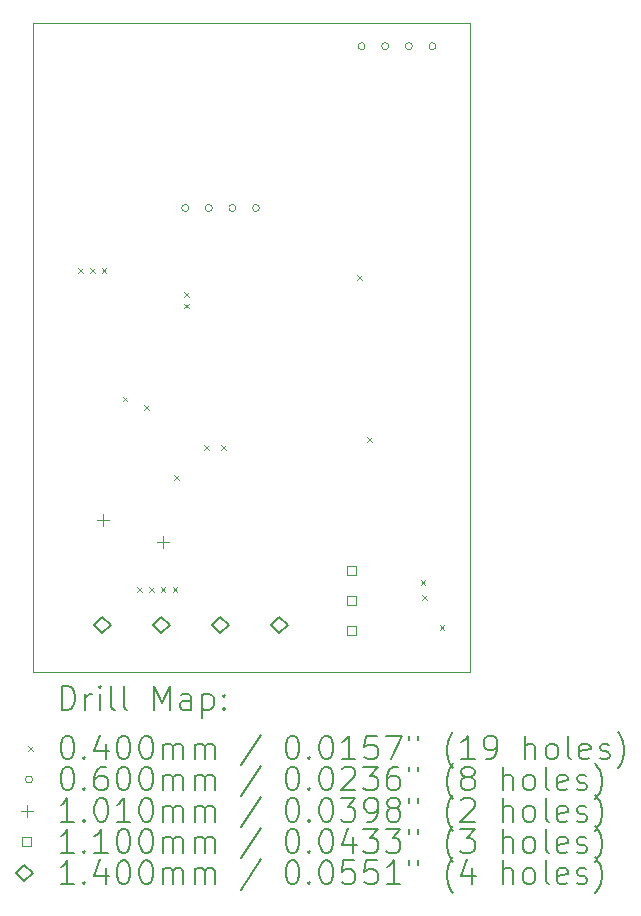
<source format=gbr>
%TF.GenerationSoftware,KiCad,Pcbnew,7.0.1*%
%TF.CreationDate,2024-02-27T21:29:30+01:00*%
%TF.ProjectId,PresenceDetection,50726573-656e-4636-9544-657465637469,rev?*%
%TF.SameCoordinates,Original*%
%TF.FileFunction,Drillmap*%
%TF.FilePolarity,Positive*%
%FSLAX45Y45*%
G04 Gerber Fmt 4.5, Leading zero omitted, Abs format (unit mm)*
G04 Created by KiCad (PCBNEW 7.0.1) date 2024-02-27 21:29:30*
%MOMM*%
%LPD*%
G01*
G04 APERTURE LIST*
%ADD10C,0.100000*%
%ADD11C,0.200000*%
%ADD12C,0.040000*%
%ADD13C,0.060000*%
%ADD14C,0.101000*%
%ADD15C,0.110000*%
%ADD16C,0.140000*%
G04 APERTURE END LIST*
D10*
X12800000Y-13800000D02*
X16300000Y-13800000D01*
X12600000Y-13800000D02*
X12600000Y-8300000D01*
X12700000Y-13800000D02*
X12600000Y-13800000D01*
X16300000Y-13800000D02*
X16300000Y-8300000D01*
X12600000Y-8300000D02*
X16300000Y-8300000D01*
X12800000Y-13800000D02*
X12700000Y-13800000D01*
D11*
D12*
X12980000Y-10380000D02*
X13020000Y-10420000D01*
X13020000Y-10380000D02*
X12980000Y-10420000D01*
X13080000Y-10380000D02*
X13120000Y-10420000D01*
X13120000Y-10380000D02*
X13080000Y-10420000D01*
X13180000Y-10380000D02*
X13220000Y-10420000D01*
X13220000Y-10380000D02*
X13180000Y-10420000D01*
X13356004Y-11466373D02*
X13396004Y-11506373D01*
X13396004Y-11466373D02*
X13356004Y-11506373D01*
X13480000Y-13080000D02*
X13520000Y-13120000D01*
X13520000Y-13080000D02*
X13480000Y-13120000D01*
X13537481Y-11536826D02*
X13577481Y-11576826D01*
X13577481Y-11536826D02*
X13537481Y-11576826D01*
X13580000Y-13080000D02*
X13620000Y-13120000D01*
X13620000Y-13080000D02*
X13580000Y-13120000D01*
X13680000Y-13080000D02*
X13720000Y-13120000D01*
X13720000Y-13080000D02*
X13680000Y-13120000D01*
X13780000Y-13080000D02*
X13820000Y-13120000D01*
X13820000Y-13080000D02*
X13780000Y-13120000D01*
X13795000Y-12130000D02*
X13835000Y-12170000D01*
X13835000Y-12130000D02*
X13795000Y-12170000D01*
X13880000Y-10580000D02*
X13920000Y-10620000D01*
X13920000Y-10580000D02*
X13880000Y-10620000D01*
X13880000Y-10680000D02*
X13920000Y-10720000D01*
X13920000Y-10680000D02*
X13880000Y-10720000D01*
X14050000Y-11880000D02*
X14090000Y-11920000D01*
X14090000Y-11880000D02*
X14050000Y-11920000D01*
X14190000Y-11880000D02*
X14230000Y-11920000D01*
X14230000Y-11880000D02*
X14190000Y-11920000D01*
X15340000Y-10440000D02*
X15380000Y-10480000D01*
X15380000Y-10440000D02*
X15340000Y-10480000D01*
X15430000Y-11810000D02*
X15470000Y-11850000D01*
X15470000Y-11810000D02*
X15430000Y-11850000D01*
X15880000Y-13020000D02*
X15920000Y-13060000D01*
X15920000Y-13020000D02*
X15880000Y-13060000D01*
X15890000Y-13150000D02*
X15930000Y-13190000D01*
X15930000Y-13150000D02*
X15890000Y-13190000D01*
X16040000Y-13400000D02*
X16080000Y-13440000D01*
X16080000Y-13400000D02*
X16040000Y-13440000D01*
D13*
X13916000Y-9870000D02*
G75*
G03*
X13916000Y-9870000I-30000J0D01*
G01*
X14116000Y-9870000D02*
G75*
G03*
X14116000Y-9870000I-30000J0D01*
G01*
X14316000Y-9870000D02*
G75*
G03*
X14316000Y-9870000I-30000J0D01*
G01*
X14516000Y-9870000D02*
G75*
G03*
X14516000Y-9870000I-30000J0D01*
G01*
X15410000Y-8500000D02*
G75*
G03*
X15410000Y-8500000I-30000J0D01*
G01*
X15610000Y-8500000D02*
G75*
G03*
X15610000Y-8500000I-30000J0D01*
G01*
X15810000Y-8500000D02*
G75*
G03*
X15810000Y-8500000I-30000J0D01*
G01*
X16010000Y-8500000D02*
G75*
G03*
X16010000Y-8500000I-30000J0D01*
G01*
D14*
X13190000Y-12459500D02*
X13190000Y-12560500D01*
X13139500Y-12510000D02*
X13240500Y-12510000D01*
X13700000Y-12649500D02*
X13700000Y-12750500D01*
X13649500Y-12700000D02*
X13750500Y-12700000D01*
D15*
X15334391Y-12974891D02*
X15334391Y-12897109D01*
X15256609Y-12897109D01*
X15256609Y-12974891D01*
X15334391Y-12974891D01*
X15334391Y-13228891D02*
X15334391Y-13151109D01*
X15256609Y-13151109D01*
X15256609Y-13228891D01*
X15334391Y-13228891D01*
X15334391Y-13482891D02*
X15334391Y-13405109D01*
X15256609Y-13405109D01*
X15256609Y-13482891D01*
X15334391Y-13482891D01*
D16*
X13185000Y-13470000D02*
X13255000Y-13400000D01*
X13185000Y-13330000D01*
X13115000Y-13400000D01*
X13185000Y-13470000D01*
X13685000Y-13470000D02*
X13755000Y-13400000D01*
X13685000Y-13330000D01*
X13615000Y-13400000D01*
X13685000Y-13470000D01*
X14185000Y-13470000D02*
X14255000Y-13400000D01*
X14185000Y-13330000D01*
X14115000Y-13400000D01*
X14185000Y-13470000D01*
X14685000Y-13470000D02*
X14755000Y-13400000D01*
X14685000Y-13330000D01*
X14615000Y-13400000D01*
X14685000Y-13470000D01*
D11*
X12842619Y-14117524D02*
X12842619Y-13917524D01*
X12842619Y-13917524D02*
X12890238Y-13917524D01*
X12890238Y-13917524D02*
X12918809Y-13927048D01*
X12918809Y-13927048D02*
X12937857Y-13946095D01*
X12937857Y-13946095D02*
X12947381Y-13965143D01*
X12947381Y-13965143D02*
X12956905Y-14003238D01*
X12956905Y-14003238D02*
X12956905Y-14031809D01*
X12956905Y-14031809D02*
X12947381Y-14069905D01*
X12947381Y-14069905D02*
X12937857Y-14088952D01*
X12937857Y-14088952D02*
X12918809Y-14108000D01*
X12918809Y-14108000D02*
X12890238Y-14117524D01*
X12890238Y-14117524D02*
X12842619Y-14117524D01*
X13042619Y-14117524D02*
X13042619Y-13984190D01*
X13042619Y-14022286D02*
X13052143Y-14003238D01*
X13052143Y-14003238D02*
X13061667Y-13993714D01*
X13061667Y-13993714D02*
X13080714Y-13984190D01*
X13080714Y-13984190D02*
X13099762Y-13984190D01*
X13166428Y-14117524D02*
X13166428Y-13984190D01*
X13166428Y-13917524D02*
X13156905Y-13927048D01*
X13156905Y-13927048D02*
X13166428Y-13936571D01*
X13166428Y-13936571D02*
X13175952Y-13927048D01*
X13175952Y-13927048D02*
X13166428Y-13917524D01*
X13166428Y-13917524D02*
X13166428Y-13936571D01*
X13290238Y-14117524D02*
X13271190Y-14108000D01*
X13271190Y-14108000D02*
X13261667Y-14088952D01*
X13261667Y-14088952D02*
X13261667Y-13917524D01*
X13395000Y-14117524D02*
X13375952Y-14108000D01*
X13375952Y-14108000D02*
X13366428Y-14088952D01*
X13366428Y-14088952D02*
X13366428Y-13917524D01*
X13623571Y-14117524D02*
X13623571Y-13917524D01*
X13623571Y-13917524D02*
X13690238Y-14060381D01*
X13690238Y-14060381D02*
X13756905Y-13917524D01*
X13756905Y-13917524D02*
X13756905Y-14117524D01*
X13937857Y-14117524D02*
X13937857Y-14012762D01*
X13937857Y-14012762D02*
X13928333Y-13993714D01*
X13928333Y-13993714D02*
X13909286Y-13984190D01*
X13909286Y-13984190D02*
X13871190Y-13984190D01*
X13871190Y-13984190D02*
X13852143Y-13993714D01*
X13937857Y-14108000D02*
X13918809Y-14117524D01*
X13918809Y-14117524D02*
X13871190Y-14117524D01*
X13871190Y-14117524D02*
X13852143Y-14108000D01*
X13852143Y-14108000D02*
X13842619Y-14088952D01*
X13842619Y-14088952D02*
X13842619Y-14069905D01*
X13842619Y-14069905D02*
X13852143Y-14050857D01*
X13852143Y-14050857D02*
X13871190Y-14041333D01*
X13871190Y-14041333D02*
X13918809Y-14041333D01*
X13918809Y-14041333D02*
X13937857Y-14031809D01*
X14033095Y-13984190D02*
X14033095Y-14184190D01*
X14033095Y-13993714D02*
X14052143Y-13984190D01*
X14052143Y-13984190D02*
X14090238Y-13984190D01*
X14090238Y-13984190D02*
X14109286Y-13993714D01*
X14109286Y-13993714D02*
X14118809Y-14003238D01*
X14118809Y-14003238D02*
X14128333Y-14022286D01*
X14128333Y-14022286D02*
X14128333Y-14079428D01*
X14128333Y-14079428D02*
X14118809Y-14098476D01*
X14118809Y-14098476D02*
X14109286Y-14108000D01*
X14109286Y-14108000D02*
X14090238Y-14117524D01*
X14090238Y-14117524D02*
X14052143Y-14117524D01*
X14052143Y-14117524D02*
X14033095Y-14108000D01*
X14214048Y-14098476D02*
X14223571Y-14108000D01*
X14223571Y-14108000D02*
X14214048Y-14117524D01*
X14214048Y-14117524D02*
X14204524Y-14108000D01*
X14204524Y-14108000D02*
X14214048Y-14098476D01*
X14214048Y-14098476D02*
X14214048Y-14117524D01*
X14214048Y-13993714D02*
X14223571Y-14003238D01*
X14223571Y-14003238D02*
X14214048Y-14012762D01*
X14214048Y-14012762D02*
X14204524Y-14003238D01*
X14204524Y-14003238D02*
X14214048Y-13993714D01*
X14214048Y-13993714D02*
X14214048Y-14012762D01*
D12*
X12555000Y-14425000D02*
X12595000Y-14465000D01*
X12595000Y-14425000D02*
X12555000Y-14465000D01*
D11*
X12880714Y-14337524D02*
X12899762Y-14337524D01*
X12899762Y-14337524D02*
X12918809Y-14347048D01*
X12918809Y-14347048D02*
X12928333Y-14356571D01*
X12928333Y-14356571D02*
X12937857Y-14375619D01*
X12937857Y-14375619D02*
X12947381Y-14413714D01*
X12947381Y-14413714D02*
X12947381Y-14461333D01*
X12947381Y-14461333D02*
X12937857Y-14499428D01*
X12937857Y-14499428D02*
X12928333Y-14518476D01*
X12928333Y-14518476D02*
X12918809Y-14528000D01*
X12918809Y-14528000D02*
X12899762Y-14537524D01*
X12899762Y-14537524D02*
X12880714Y-14537524D01*
X12880714Y-14537524D02*
X12861667Y-14528000D01*
X12861667Y-14528000D02*
X12852143Y-14518476D01*
X12852143Y-14518476D02*
X12842619Y-14499428D01*
X12842619Y-14499428D02*
X12833095Y-14461333D01*
X12833095Y-14461333D02*
X12833095Y-14413714D01*
X12833095Y-14413714D02*
X12842619Y-14375619D01*
X12842619Y-14375619D02*
X12852143Y-14356571D01*
X12852143Y-14356571D02*
X12861667Y-14347048D01*
X12861667Y-14347048D02*
X12880714Y-14337524D01*
X13033095Y-14518476D02*
X13042619Y-14528000D01*
X13042619Y-14528000D02*
X13033095Y-14537524D01*
X13033095Y-14537524D02*
X13023571Y-14528000D01*
X13023571Y-14528000D02*
X13033095Y-14518476D01*
X13033095Y-14518476D02*
X13033095Y-14537524D01*
X13214048Y-14404190D02*
X13214048Y-14537524D01*
X13166428Y-14328000D02*
X13118809Y-14470857D01*
X13118809Y-14470857D02*
X13242619Y-14470857D01*
X13356905Y-14337524D02*
X13375952Y-14337524D01*
X13375952Y-14337524D02*
X13395000Y-14347048D01*
X13395000Y-14347048D02*
X13404524Y-14356571D01*
X13404524Y-14356571D02*
X13414048Y-14375619D01*
X13414048Y-14375619D02*
X13423571Y-14413714D01*
X13423571Y-14413714D02*
X13423571Y-14461333D01*
X13423571Y-14461333D02*
X13414048Y-14499428D01*
X13414048Y-14499428D02*
X13404524Y-14518476D01*
X13404524Y-14518476D02*
X13395000Y-14528000D01*
X13395000Y-14528000D02*
X13375952Y-14537524D01*
X13375952Y-14537524D02*
X13356905Y-14537524D01*
X13356905Y-14537524D02*
X13337857Y-14528000D01*
X13337857Y-14528000D02*
X13328333Y-14518476D01*
X13328333Y-14518476D02*
X13318809Y-14499428D01*
X13318809Y-14499428D02*
X13309286Y-14461333D01*
X13309286Y-14461333D02*
X13309286Y-14413714D01*
X13309286Y-14413714D02*
X13318809Y-14375619D01*
X13318809Y-14375619D02*
X13328333Y-14356571D01*
X13328333Y-14356571D02*
X13337857Y-14347048D01*
X13337857Y-14347048D02*
X13356905Y-14337524D01*
X13547381Y-14337524D02*
X13566429Y-14337524D01*
X13566429Y-14337524D02*
X13585476Y-14347048D01*
X13585476Y-14347048D02*
X13595000Y-14356571D01*
X13595000Y-14356571D02*
X13604524Y-14375619D01*
X13604524Y-14375619D02*
X13614048Y-14413714D01*
X13614048Y-14413714D02*
X13614048Y-14461333D01*
X13614048Y-14461333D02*
X13604524Y-14499428D01*
X13604524Y-14499428D02*
X13595000Y-14518476D01*
X13595000Y-14518476D02*
X13585476Y-14528000D01*
X13585476Y-14528000D02*
X13566429Y-14537524D01*
X13566429Y-14537524D02*
X13547381Y-14537524D01*
X13547381Y-14537524D02*
X13528333Y-14528000D01*
X13528333Y-14528000D02*
X13518809Y-14518476D01*
X13518809Y-14518476D02*
X13509286Y-14499428D01*
X13509286Y-14499428D02*
X13499762Y-14461333D01*
X13499762Y-14461333D02*
X13499762Y-14413714D01*
X13499762Y-14413714D02*
X13509286Y-14375619D01*
X13509286Y-14375619D02*
X13518809Y-14356571D01*
X13518809Y-14356571D02*
X13528333Y-14347048D01*
X13528333Y-14347048D02*
X13547381Y-14337524D01*
X13699762Y-14537524D02*
X13699762Y-14404190D01*
X13699762Y-14423238D02*
X13709286Y-14413714D01*
X13709286Y-14413714D02*
X13728333Y-14404190D01*
X13728333Y-14404190D02*
X13756905Y-14404190D01*
X13756905Y-14404190D02*
X13775952Y-14413714D01*
X13775952Y-14413714D02*
X13785476Y-14432762D01*
X13785476Y-14432762D02*
X13785476Y-14537524D01*
X13785476Y-14432762D02*
X13795000Y-14413714D01*
X13795000Y-14413714D02*
X13814048Y-14404190D01*
X13814048Y-14404190D02*
X13842619Y-14404190D01*
X13842619Y-14404190D02*
X13861667Y-14413714D01*
X13861667Y-14413714D02*
X13871190Y-14432762D01*
X13871190Y-14432762D02*
X13871190Y-14537524D01*
X13966429Y-14537524D02*
X13966429Y-14404190D01*
X13966429Y-14423238D02*
X13975952Y-14413714D01*
X13975952Y-14413714D02*
X13995000Y-14404190D01*
X13995000Y-14404190D02*
X14023571Y-14404190D01*
X14023571Y-14404190D02*
X14042619Y-14413714D01*
X14042619Y-14413714D02*
X14052143Y-14432762D01*
X14052143Y-14432762D02*
X14052143Y-14537524D01*
X14052143Y-14432762D02*
X14061667Y-14413714D01*
X14061667Y-14413714D02*
X14080714Y-14404190D01*
X14080714Y-14404190D02*
X14109286Y-14404190D01*
X14109286Y-14404190D02*
X14128333Y-14413714D01*
X14128333Y-14413714D02*
X14137857Y-14432762D01*
X14137857Y-14432762D02*
X14137857Y-14537524D01*
X14528333Y-14328000D02*
X14356905Y-14585143D01*
X14785476Y-14337524D02*
X14804524Y-14337524D01*
X14804524Y-14337524D02*
X14823572Y-14347048D01*
X14823572Y-14347048D02*
X14833095Y-14356571D01*
X14833095Y-14356571D02*
X14842619Y-14375619D01*
X14842619Y-14375619D02*
X14852143Y-14413714D01*
X14852143Y-14413714D02*
X14852143Y-14461333D01*
X14852143Y-14461333D02*
X14842619Y-14499428D01*
X14842619Y-14499428D02*
X14833095Y-14518476D01*
X14833095Y-14518476D02*
X14823572Y-14528000D01*
X14823572Y-14528000D02*
X14804524Y-14537524D01*
X14804524Y-14537524D02*
X14785476Y-14537524D01*
X14785476Y-14537524D02*
X14766429Y-14528000D01*
X14766429Y-14528000D02*
X14756905Y-14518476D01*
X14756905Y-14518476D02*
X14747381Y-14499428D01*
X14747381Y-14499428D02*
X14737857Y-14461333D01*
X14737857Y-14461333D02*
X14737857Y-14413714D01*
X14737857Y-14413714D02*
X14747381Y-14375619D01*
X14747381Y-14375619D02*
X14756905Y-14356571D01*
X14756905Y-14356571D02*
X14766429Y-14347048D01*
X14766429Y-14347048D02*
X14785476Y-14337524D01*
X14937857Y-14518476D02*
X14947381Y-14528000D01*
X14947381Y-14528000D02*
X14937857Y-14537524D01*
X14937857Y-14537524D02*
X14928333Y-14528000D01*
X14928333Y-14528000D02*
X14937857Y-14518476D01*
X14937857Y-14518476D02*
X14937857Y-14537524D01*
X15071191Y-14337524D02*
X15090238Y-14337524D01*
X15090238Y-14337524D02*
X15109286Y-14347048D01*
X15109286Y-14347048D02*
X15118810Y-14356571D01*
X15118810Y-14356571D02*
X15128333Y-14375619D01*
X15128333Y-14375619D02*
X15137857Y-14413714D01*
X15137857Y-14413714D02*
X15137857Y-14461333D01*
X15137857Y-14461333D02*
X15128333Y-14499428D01*
X15128333Y-14499428D02*
X15118810Y-14518476D01*
X15118810Y-14518476D02*
X15109286Y-14528000D01*
X15109286Y-14528000D02*
X15090238Y-14537524D01*
X15090238Y-14537524D02*
X15071191Y-14537524D01*
X15071191Y-14537524D02*
X15052143Y-14528000D01*
X15052143Y-14528000D02*
X15042619Y-14518476D01*
X15042619Y-14518476D02*
X15033095Y-14499428D01*
X15033095Y-14499428D02*
X15023572Y-14461333D01*
X15023572Y-14461333D02*
X15023572Y-14413714D01*
X15023572Y-14413714D02*
X15033095Y-14375619D01*
X15033095Y-14375619D02*
X15042619Y-14356571D01*
X15042619Y-14356571D02*
X15052143Y-14347048D01*
X15052143Y-14347048D02*
X15071191Y-14337524D01*
X15328333Y-14537524D02*
X15214048Y-14537524D01*
X15271191Y-14537524D02*
X15271191Y-14337524D01*
X15271191Y-14337524D02*
X15252143Y-14366095D01*
X15252143Y-14366095D02*
X15233095Y-14385143D01*
X15233095Y-14385143D02*
X15214048Y-14394667D01*
X15509286Y-14337524D02*
X15414048Y-14337524D01*
X15414048Y-14337524D02*
X15404524Y-14432762D01*
X15404524Y-14432762D02*
X15414048Y-14423238D01*
X15414048Y-14423238D02*
X15433095Y-14413714D01*
X15433095Y-14413714D02*
X15480714Y-14413714D01*
X15480714Y-14413714D02*
X15499762Y-14423238D01*
X15499762Y-14423238D02*
X15509286Y-14432762D01*
X15509286Y-14432762D02*
X15518810Y-14451809D01*
X15518810Y-14451809D02*
X15518810Y-14499428D01*
X15518810Y-14499428D02*
X15509286Y-14518476D01*
X15509286Y-14518476D02*
X15499762Y-14528000D01*
X15499762Y-14528000D02*
X15480714Y-14537524D01*
X15480714Y-14537524D02*
X15433095Y-14537524D01*
X15433095Y-14537524D02*
X15414048Y-14528000D01*
X15414048Y-14528000D02*
X15404524Y-14518476D01*
X15585476Y-14337524D02*
X15718810Y-14337524D01*
X15718810Y-14337524D02*
X15633095Y-14537524D01*
X15785476Y-14337524D02*
X15785476Y-14375619D01*
X15861667Y-14337524D02*
X15861667Y-14375619D01*
X16156905Y-14613714D02*
X16147381Y-14604190D01*
X16147381Y-14604190D02*
X16128334Y-14575619D01*
X16128334Y-14575619D02*
X16118810Y-14556571D01*
X16118810Y-14556571D02*
X16109286Y-14528000D01*
X16109286Y-14528000D02*
X16099762Y-14480381D01*
X16099762Y-14480381D02*
X16099762Y-14442286D01*
X16099762Y-14442286D02*
X16109286Y-14394667D01*
X16109286Y-14394667D02*
X16118810Y-14366095D01*
X16118810Y-14366095D02*
X16128334Y-14347048D01*
X16128334Y-14347048D02*
X16147381Y-14318476D01*
X16147381Y-14318476D02*
X16156905Y-14308952D01*
X16337857Y-14537524D02*
X16223572Y-14537524D01*
X16280714Y-14537524D02*
X16280714Y-14337524D01*
X16280714Y-14337524D02*
X16261667Y-14366095D01*
X16261667Y-14366095D02*
X16242619Y-14385143D01*
X16242619Y-14385143D02*
X16223572Y-14394667D01*
X16433095Y-14537524D02*
X16471191Y-14537524D01*
X16471191Y-14537524D02*
X16490238Y-14528000D01*
X16490238Y-14528000D02*
X16499762Y-14518476D01*
X16499762Y-14518476D02*
X16518810Y-14489905D01*
X16518810Y-14489905D02*
X16528334Y-14451809D01*
X16528334Y-14451809D02*
X16528334Y-14375619D01*
X16528334Y-14375619D02*
X16518810Y-14356571D01*
X16518810Y-14356571D02*
X16509286Y-14347048D01*
X16509286Y-14347048D02*
X16490238Y-14337524D01*
X16490238Y-14337524D02*
X16452143Y-14337524D01*
X16452143Y-14337524D02*
X16433095Y-14347048D01*
X16433095Y-14347048D02*
X16423572Y-14356571D01*
X16423572Y-14356571D02*
X16414048Y-14375619D01*
X16414048Y-14375619D02*
X16414048Y-14423238D01*
X16414048Y-14423238D02*
X16423572Y-14442286D01*
X16423572Y-14442286D02*
X16433095Y-14451809D01*
X16433095Y-14451809D02*
X16452143Y-14461333D01*
X16452143Y-14461333D02*
X16490238Y-14461333D01*
X16490238Y-14461333D02*
X16509286Y-14451809D01*
X16509286Y-14451809D02*
X16518810Y-14442286D01*
X16518810Y-14442286D02*
X16528334Y-14423238D01*
X16766429Y-14537524D02*
X16766429Y-14337524D01*
X16852143Y-14537524D02*
X16852143Y-14432762D01*
X16852143Y-14432762D02*
X16842619Y-14413714D01*
X16842619Y-14413714D02*
X16823572Y-14404190D01*
X16823572Y-14404190D02*
X16795000Y-14404190D01*
X16795000Y-14404190D02*
X16775953Y-14413714D01*
X16775953Y-14413714D02*
X16766429Y-14423238D01*
X16975953Y-14537524D02*
X16956905Y-14528000D01*
X16956905Y-14528000D02*
X16947381Y-14518476D01*
X16947381Y-14518476D02*
X16937858Y-14499428D01*
X16937858Y-14499428D02*
X16937858Y-14442286D01*
X16937858Y-14442286D02*
X16947381Y-14423238D01*
X16947381Y-14423238D02*
X16956905Y-14413714D01*
X16956905Y-14413714D02*
X16975953Y-14404190D01*
X16975953Y-14404190D02*
X17004524Y-14404190D01*
X17004524Y-14404190D02*
X17023572Y-14413714D01*
X17023572Y-14413714D02*
X17033096Y-14423238D01*
X17033096Y-14423238D02*
X17042619Y-14442286D01*
X17042619Y-14442286D02*
X17042619Y-14499428D01*
X17042619Y-14499428D02*
X17033096Y-14518476D01*
X17033096Y-14518476D02*
X17023572Y-14528000D01*
X17023572Y-14528000D02*
X17004524Y-14537524D01*
X17004524Y-14537524D02*
X16975953Y-14537524D01*
X17156905Y-14537524D02*
X17137858Y-14528000D01*
X17137858Y-14528000D02*
X17128334Y-14508952D01*
X17128334Y-14508952D02*
X17128334Y-14337524D01*
X17309286Y-14528000D02*
X17290239Y-14537524D01*
X17290239Y-14537524D02*
X17252143Y-14537524D01*
X17252143Y-14537524D02*
X17233096Y-14528000D01*
X17233096Y-14528000D02*
X17223572Y-14508952D01*
X17223572Y-14508952D02*
X17223572Y-14432762D01*
X17223572Y-14432762D02*
X17233096Y-14413714D01*
X17233096Y-14413714D02*
X17252143Y-14404190D01*
X17252143Y-14404190D02*
X17290239Y-14404190D01*
X17290239Y-14404190D02*
X17309286Y-14413714D01*
X17309286Y-14413714D02*
X17318810Y-14432762D01*
X17318810Y-14432762D02*
X17318810Y-14451809D01*
X17318810Y-14451809D02*
X17223572Y-14470857D01*
X17395000Y-14528000D02*
X17414048Y-14537524D01*
X17414048Y-14537524D02*
X17452143Y-14537524D01*
X17452143Y-14537524D02*
X17471191Y-14528000D01*
X17471191Y-14528000D02*
X17480715Y-14508952D01*
X17480715Y-14508952D02*
X17480715Y-14499428D01*
X17480715Y-14499428D02*
X17471191Y-14480381D01*
X17471191Y-14480381D02*
X17452143Y-14470857D01*
X17452143Y-14470857D02*
X17423572Y-14470857D01*
X17423572Y-14470857D02*
X17404524Y-14461333D01*
X17404524Y-14461333D02*
X17395000Y-14442286D01*
X17395000Y-14442286D02*
X17395000Y-14432762D01*
X17395000Y-14432762D02*
X17404524Y-14413714D01*
X17404524Y-14413714D02*
X17423572Y-14404190D01*
X17423572Y-14404190D02*
X17452143Y-14404190D01*
X17452143Y-14404190D02*
X17471191Y-14413714D01*
X17547381Y-14613714D02*
X17556905Y-14604190D01*
X17556905Y-14604190D02*
X17575953Y-14575619D01*
X17575953Y-14575619D02*
X17585477Y-14556571D01*
X17585477Y-14556571D02*
X17595000Y-14528000D01*
X17595000Y-14528000D02*
X17604524Y-14480381D01*
X17604524Y-14480381D02*
X17604524Y-14442286D01*
X17604524Y-14442286D02*
X17595000Y-14394667D01*
X17595000Y-14394667D02*
X17585477Y-14366095D01*
X17585477Y-14366095D02*
X17575953Y-14347048D01*
X17575953Y-14347048D02*
X17556905Y-14318476D01*
X17556905Y-14318476D02*
X17547381Y-14308952D01*
D13*
X12595000Y-14709000D02*
G75*
G03*
X12595000Y-14709000I-30000J0D01*
G01*
D11*
X12880714Y-14601524D02*
X12899762Y-14601524D01*
X12899762Y-14601524D02*
X12918809Y-14611048D01*
X12918809Y-14611048D02*
X12928333Y-14620571D01*
X12928333Y-14620571D02*
X12937857Y-14639619D01*
X12937857Y-14639619D02*
X12947381Y-14677714D01*
X12947381Y-14677714D02*
X12947381Y-14725333D01*
X12947381Y-14725333D02*
X12937857Y-14763428D01*
X12937857Y-14763428D02*
X12928333Y-14782476D01*
X12928333Y-14782476D02*
X12918809Y-14792000D01*
X12918809Y-14792000D02*
X12899762Y-14801524D01*
X12899762Y-14801524D02*
X12880714Y-14801524D01*
X12880714Y-14801524D02*
X12861667Y-14792000D01*
X12861667Y-14792000D02*
X12852143Y-14782476D01*
X12852143Y-14782476D02*
X12842619Y-14763428D01*
X12842619Y-14763428D02*
X12833095Y-14725333D01*
X12833095Y-14725333D02*
X12833095Y-14677714D01*
X12833095Y-14677714D02*
X12842619Y-14639619D01*
X12842619Y-14639619D02*
X12852143Y-14620571D01*
X12852143Y-14620571D02*
X12861667Y-14611048D01*
X12861667Y-14611048D02*
X12880714Y-14601524D01*
X13033095Y-14782476D02*
X13042619Y-14792000D01*
X13042619Y-14792000D02*
X13033095Y-14801524D01*
X13033095Y-14801524D02*
X13023571Y-14792000D01*
X13023571Y-14792000D02*
X13033095Y-14782476D01*
X13033095Y-14782476D02*
X13033095Y-14801524D01*
X13214048Y-14601524D02*
X13175952Y-14601524D01*
X13175952Y-14601524D02*
X13156905Y-14611048D01*
X13156905Y-14611048D02*
X13147381Y-14620571D01*
X13147381Y-14620571D02*
X13128333Y-14649143D01*
X13128333Y-14649143D02*
X13118809Y-14687238D01*
X13118809Y-14687238D02*
X13118809Y-14763428D01*
X13118809Y-14763428D02*
X13128333Y-14782476D01*
X13128333Y-14782476D02*
X13137857Y-14792000D01*
X13137857Y-14792000D02*
X13156905Y-14801524D01*
X13156905Y-14801524D02*
X13195000Y-14801524D01*
X13195000Y-14801524D02*
X13214048Y-14792000D01*
X13214048Y-14792000D02*
X13223571Y-14782476D01*
X13223571Y-14782476D02*
X13233095Y-14763428D01*
X13233095Y-14763428D02*
X13233095Y-14715809D01*
X13233095Y-14715809D02*
X13223571Y-14696762D01*
X13223571Y-14696762D02*
X13214048Y-14687238D01*
X13214048Y-14687238D02*
X13195000Y-14677714D01*
X13195000Y-14677714D02*
X13156905Y-14677714D01*
X13156905Y-14677714D02*
X13137857Y-14687238D01*
X13137857Y-14687238D02*
X13128333Y-14696762D01*
X13128333Y-14696762D02*
X13118809Y-14715809D01*
X13356905Y-14601524D02*
X13375952Y-14601524D01*
X13375952Y-14601524D02*
X13395000Y-14611048D01*
X13395000Y-14611048D02*
X13404524Y-14620571D01*
X13404524Y-14620571D02*
X13414048Y-14639619D01*
X13414048Y-14639619D02*
X13423571Y-14677714D01*
X13423571Y-14677714D02*
X13423571Y-14725333D01*
X13423571Y-14725333D02*
X13414048Y-14763428D01*
X13414048Y-14763428D02*
X13404524Y-14782476D01*
X13404524Y-14782476D02*
X13395000Y-14792000D01*
X13395000Y-14792000D02*
X13375952Y-14801524D01*
X13375952Y-14801524D02*
X13356905Y-14801524D01*
X13356905Y-14801524D02*
X13337857Y-14792000D01*
X13337857Y-14792000D02*
X13328333Y-14782476D01*
X13328333Y-14782476D02*
X13318809Y-14763428D01*
X13318809Y-14763428D02*
X13309286Y-14725333D01*
X13309286Y-14725333D02*
X13309286Y-14677714D01*
X13309286Y-14677714D02*
X13318809Y-14639619D01*
X13318809Y-14639619D02*
X13328333Y-14620571D01*
X13328333Y-14620571D02*
X13337857Y-14611048D01*
X13337857Y-14611048D02*
X13356905Y-14601524D01*
X13547381Y-14601524D02*
X13566429Y-14601524D01*
X13566429Y-14601524D02*
X13585476Y-14611048D01*
X13585476Y-14611048D02*
X13595000Y-14620571D01*
X13595000Y-14620571D02*
X13604524Y-14639619D01*
X13604524Y-14639619D02*
X13614048Y-14677714D01*
X13614048Y-14677714D02*
X13614048Y-14725333D01*
X13614048Y-14725333D02*
X13604524Y-14763428D01*
X13604524Y-14763428D02*
X13595000Y-14782476D01*
X13595000Y-14782476D02*
X13585476Y-14792000D01*
X13585476Y-14792000D02*
X13566429Y-14801524D01*
X13566429Y-14801524D02*
X13547381Y-14801524D01*
X13547381Y-14801524D02*
X13528333Y-14792000D01*
X13528333Y-14792000D02*
X13518809Y-14782476D01*
X13518809Y-14782476D02*
X13509286Y-14763428D01*
X13509286Y-14763428D02*
X13499762Y-14725333D01*
X13499762Y-14725333D02*
X13499762Y-14677714D01*
X13499762Y-14677714D02*
X13509286Y-14639619D01*
X13509286Y-14639619D02*
X13518809Y-14620571D01*
X13518809Y-14620571D02*
X13528333Y-14611048D01*
X13528333Y-14611048D02*
X13547381Y-14601524D01*
X13699762Y-14801524D02*
X13699762Y-14668190D01*
X13699762Y-14687238D02*
X13709286Y-14677714D01*
X13709286Y-14677714D02*
X13728333Y-14668190D01*
X13728333Y-14668190D02*
X13756905Y-14668190D01*
X13756905Y-14668190D02*
X13775952Y-14677714D01*
X13775952Y-14677714D02*
X13785476Y-14696762D01*
X13785476Y-14696762D02*
X13785476Y-14801524D01*
X13785476Y-14696762D02*
X13795000Y-14677714D01*
X13795000Y-14677714D02*
X13814048Y-14668190D01*
X13814048Y-14668190D02*
X13842619Y-14668190D01*
X13842619Y-14668190D02*
X13861667Y-14677714D01*
X13861667Y-14677714D02*
X13871190Y-14696762D01*
X13871190Y-14696762D02*
X13871190Y-14801524D01*
X13966429Y-14801524D02*
X13966429Y-14668190D01*
X13966429Y-14687238D02*
X13975952Y-14677714D01*
X13975952Y-14677714D02*
X13995000Y-14668190D01*
X13995000Y-14668190D02*
X14023571Y-14668190D01*
X14023571Y-14668190D02*
X14042619Y-14677714D01*
X14042619Y-14677714D02*
X14052143Y-14696762D01*
X14052143Y-14696762D02*
X14052143Y-14801524D01*
X14052143Y-14696762D02*
X14061667Y-14677714D01*
X14061667Y-14677714D02*
X14080714Y-14668190D01*
X14080714Y-14668190D02*
X14109286Y-14668190D01*
X14109286Y-14668190D02*
X14128333Y-14677714D01*
X14128333Y-14677714D02*
X14137857Y-14696762D01*
X14137857Y-14696762D02*
X14137857Y-14801524D01*
X14528333Y-14592000D02*
X14356905Y-14849143D01*
X14785476Y-14601524D02*
X14804524Y-14601524D01*
X14804524Y-14601524D02*
X14823572Y-14611048D01*
X14823572Y-14611048D02*
X14833095Y-14620571D01*
X14833095Y-14620571D02*
X14842619Y-14639619D01*
X14842619Y-14639619D02*
X14852143Y-14677714D01*
X14852143Y-14677714D02*
X14852143Y-14725333D01*
X14852143Y-14725333D02*
X14842619Y-14763428D01*
X14842619Y-14763428D02*
X14833095Y-14782476D01*
X14833095Y-14782476D02*
X14823572Y-14792000D01*
X14823572Y-14792000D02*
X14804524Y-14801524D01*
X14804524Y-14801524D02*
X14785476Y-14801524D01*
X14785476Y-14801524D02*
X14766429Y-14792000D01*
X14766429Y-14792000D02*
X14756905Y-14782476D01*
X14756905Y-14782476D02*
X14747381Y-14763428D01*
X14747381Y-14763428D02*
X14737857Y-14725333D01*
X14737857Y-14725333D02*
X14737857Y-14677714D01*
X14737857Y-14677714D02*
X14747381Y-14639619D01*
X14747381Y-14639619D02*
X14756905Y-14620571D01*
X14756905Y-14620571D02*
X14766429Y-14611048D01*
X14766429Y-14611048D02*
X14785476Y-14601524D01*
X14937857Y-14782476D02*
X14947381Y-14792000D01*
X14947381Y-14792000D02*
X14937857Y-14801524D01*
X14937857Y-14801524D02*
X14928333Y-14792000D01*
X14928333Y-14792000D02*
X14937857Y-14782476D01*
X14937857Y-14782476D02*
X14937857Y-14801524D01*
X15071191Y-14601524D02*
X15090238Y-14601524D01*
X15090238Y-14601524D02*
X15109286Y-14611048D01*
X15109286Y-14611048D02*
X15118810Y-14620571D01*
X15118810Y-14620571D02*
X15128333Y-14639619D01*
X15128333Y-14639619D02*
X15137857Y-14677714D01*
X15137857Y-14677714D02*
X15137857Y-14725333D01*
X15137857Y-14725333D02*
X15128333Y-14763428D01*
X15128333Y-14763428D02*
X15118810Y-14782476D01*
X15118810Y-14782476D02*
X15109286Y-14792000D01*
X15109286Y-14792000D02*
X15090238Y-14801524D01*
X15090238Y-14801524D02*
X15071191Y-14801524D01*
X15071191Y-14801524D02*
X15052143Y-14792000D01*
X15052143Y-14792000D02*
X15042619Y-14782476D01*
X15042619Y-14782476D02*
X15033095Y-14763428D01*
X15033095Y-14763428D02*
X15023572Y-14725333D01*
X15023572Y-14725333D02*
X15023572Y-14677714D01*
X15023572Y-14677714D02*
X15033095Y-14639619D01*
X15033095Y-14639619D02*
X15042619Y-14620571D01*
X15042619Y-14620571D02*
X15052143Y-14611048D01*
X15052143Y-14611048D02*
X15071191Y-14601524D01*
X15214048Y-14620571D02*
X15223572Y-14611048D01*
X15223572Y-14611048D02*
X15242619Y-14601524D01*
X15242619Y-14601524D02*
X15290238Y-14601524D01*
X15290238Y-14601524D02*
X15309286Y-14611048D01*
X15309286Y-14611048D02*
X15318810Y-14620571D01*
X15318810Y-14620571D02*
X15328333Y-14639619D01*
X15328333Y-14639619D02*
X15328333Y-14658667D01*
X15328333Y-14658667D02*
X15318810Y-14687238D01*
X15318810Y-14687238D02*
X15204524Y-14801524D01*
X15204524Y-14801524D02*
X15328333Y-14801524D01*
X15395000Y-14601524D02*
X15518810Y-14601524D01*
X15518810Y-14601524D02*
X15452143Y-14677714D01*
X15452143Y-14677714D02*
X15480714Y-14677714D01*
X15480714Y-14677714D02*
X15499762Y-14687238D01*
X15499762Y-14687238D02*
X15509286Y-14696762D01*
X15509286Y-14696762D02*
X15518810Y-14715809D01*
X15518810Y-14715809D02*
X15518810Y-14763428D01*
X15518810Y-14763428D02*
X15509286Y-14782476D01*
X15509286Y-14782476D02*
X15499762Y-14792000D01*
X15499762Y-14792000D02*
X15480714Y-14801524D01*
X15480714Y-14801524D02*
X15423572Y-14801524D01*
X15423572Y-14801524D02*
X15404524Y-14792000D01*
X15404524Y-14792000D02*
X15395000Y-14782476D01*
X15690238Y-14601524D02*
X15652143Y-14601524D01*
X15652143Y-14601524D02*
X15633095Y-14611048D01*
X15633095Y-14611048D02*
X15623572Y-14620571D01*
X15623572Y-14620571D02*
X15604524Y-14649143D01*
X15604524Y-14649143D02*
X15595000Y-14687238D01*
X15595000Y-14687238D02*
X15595000Y-14763428D01*
X15595000Y-14763428D02*
X15604524Y-14782476D01*
X15604524Y-14782476D02*
X15614048Y-14792000D01*
X15614048Y-14792000D02*
X15633095Y-14801524D01*
X15633095Y-14801524D02*
X15671191Y-14801524D01*
X15671191Y-14801524D02*
X15690238Y-14792000D01*
X15690238Y-14792000D02*
X15699762Y-14782476D01*
X15699762Y-14782476D02*
X15709286Y-14763428D01*
X15709286Y-14763428D02*
X15709286Y-14715809D01*
X15709286Y-14715809D02*
X15699762Y-14696762D01*
X15699762Y-14696762D02*
X15690238Y-14687238D01*
X15690238Y-14687238D02*
X15671191Y-14677714D01*
X15671191Y-14677714D02*
X15633095Y-14677714D01*
X15633095Y-14677714D02*
X15614048Y-14687238D01*
X15614048Y-14687238D02*
X15604524Y-14696762D01*
X15604524Y-14696762D02*
X15595000Y-14715809D01*
X15785476Y-14601524D02*
X15785476Y-14639619D01*
X15861667Y-14601524D02*
X15861667Y-14639619D01*
X16156905Y-14877714D02*
X16147381Y-14868190D01*
X16147381Y-14868190D02*
X16128334Y-14839619D01*
X16128334Y-14839619D02*
X16118810Y-14820571D01*
X16118810Y-14820571D02*
X16109286Y-14792000D01*
X16109286Y-14792000D02*
X16099762Y-14744381D01*
X16099762Y-14744381D02*
X16099762Y-14706286D01*
X16099762Y-14706286D02*
X16109286Y-14658667D01*
X16109286Y-14658667D02*
X16118810Y-14630095D01*
X16118810Y-14630095D02*
X16128334Y-14611048D01*
X16128334Y-14611048D02*
X16147381Y-14582476D01*
X16147381Y-14582476D02*
X16156905Y-14572952D01*
X16261667Y-14687238D02*
X16242619Y-14677714D01*
X16242619Y-14677714D02*
X16233095Y-14668190D01*
X16233095Y-14668190D02*
X16223572Y-14649143D01*
X16223572Y-14649143D02*
X16223572Y-14639619D01*
X16223572Y-14639619D02*
X16233095Y-14620571D01*
X16233095Y-14620571D02*
X16242619Y-14611048D01*
X16242619Y-14611048D02*
X16261667Y-14601524D01*
X16261667Y-14601524D02*
X16299762Y-14601524D01*
X16299762Y-14601524D02*
X16318810Y-14611048D01*
X16318810Y-14611048D02*
X16328334Y-14620571D01*
X16328334Y-14620571D02*
X16337857Y-14639619D01*
X16337857Y-14639619D02*
X16337857Y-14649143D01*
X16337857Y-14649143D02*
X16328334Y-14668190D01*
X16328334Y-14668190D02*
X16318810Y-14677714D01*
X16318810Y-14677714D02*
X16299762Y-14687238D01*
X16299762Y-14687238D02*
X16261667Y-14687238D01*
X16261667Y-14687238D02*
X16242619Y-14696762D01*
X16242619Y-14696762D02*
X16233095Y-14706286D01*
X16233095Y-14706286D02*
X16223572Y-14725333D01*
X16223572Y-14725333D02*
X16223572Y-14763428D01*
X16223572Y-14763428D02*
X16233095Y-14782476D01*
X16233095Y-14782476D02*
X16242619Y-14792000D01*
X16242619Y-14792000D02*
X16261667Y-14801524D01*
X16261667Y-14801524D02*
X16299762Y-14801524D01*
X16299762Y-14801524D02*
X16318810Y-14792000D01*
X16318810Y-14792000D02*
X16328334Y-14782476D01*
X16328334Y-14782476D02*
X16337857Y-14763428D01*
X16337857Y-14763428D02*
X16337857Y-14725333D01*
X16337857Y-14725333D02*
X16328334Y-14706286D01*
X16328334Y-14706286D02*
X16318810Y-14696762D01*
X16318810Y-14696762D02*
X16299762Y-14687238D01*
X16575953Y-14801524D02*
X16575953Y-14601524D01*
X16661667Y-14801524D02*
X16661667Y-14696762D01*
X16661667Y-14696762D02*
X16652143Y-14677714D01*
X16652143Y-14677714D02*
X16633096Y-14668190D01*
X16633096Y-14668190D02*
X16604524Y-14668190D01*
X16604524Y-14668190D02*
X16585476Y-14677714D01*
X16585476Y-14677714D02*
X16575953Y-14687238D01*
X16785477Y-14801524D02*
X16766429Y-14792000D01*
X16766429Y-14792000D02*
X16756905Y-14782476D01*
X16756905Y-14782476D02*
X16747381Y-14763428D01*
X16747381Y-14763428D02*
X16747381Y-14706286D01*
X16747381Y-14706286D02*
X16756905Y-14687238D01*
X16756905Y-14687238D02*
X16766429Y-14677714D01*
X16766429Y-14677714D02*
X16785477Y-14668190D01*
X16785477Y-14668190D02*
X16814048Y-14668190D01*
X16814048Y-14668190D02*
X16833096Y-14677714D01*
X16833096Y-14677714D02*
X16842619Y-14687238D01*
X16842619Y-14687238D02*
X16852143Y-14706286D01*
X16852143Y-14706286D02*
X16852143Y-14763428D01*
X16852143Y-14763428D02*
X16842619Y-14782476D01*
X16842619Y-14782476D02*
X16833096Y-14792000D01*
X16833096Y-14792000D02*
X16814048Y-14801524D01*
X16814048Y-14801524D02*
X16785477Y-14801524D01*
X16966429Y-14801524D02*
X16947381Y-14792000D01*
X16947381Y-14792000D02*
X16937858Y-14772952D01*
X16937858Y-14772952D02*
X16937858Y-14601524D01*
X17118810Y-14792000D02*
X17099762Y-14801524D01*
X17099762Y-14801524D02*
X17061667Y-14801524D01*
X17061667Y-14801524D02*
X17042619Y-14792000D01*
X17042619Y-14792000D02*
X17033096Y-14772952D01*
X17033096Y-14772952D02*
X17033096Y-14696762D01*
X17033096Y-14696762D02*
X17042619Y-14677714D01*
X17042619Y-14677714D02*
X17061667Y-14668190D01*
X17061667Y-14668190D02*
X17099762Y-14668190D01*
X17099762Y-14668190D02*
X17118810Y-14677714D01*
X17118810Y-14677714D02*
X17128334Y-14696762D01*
X17128334Y-14696762D02*
X17128334Y-14715809D01*
X17128334Y-14715809D02*
X17033096Y-14734857D01*
X17204524Y-14792000D02*
X17223572Y-14801524D01*
X17223572Y-14801524D02*
X17261667Y-14801524D01*
X17261667Y-14801524D02*
X17280715Y-14792000D01*
X17280715Y-14792000D02*
X17290239Y-14772952D01*
X17290239Y-14772952D02*
X17290239Y-14763428D01*
X17290239Y-14763428D02*
X17280715Y-14744381D01*
X17280715Y-14744381D02*
X17261667Y-14734857D01*
X17261667Y-14734857D02*
X17233096Y-14734857D01*
X17233096Y-14734857D02*
X17214048Y-14725333D01*
X17214048Y-14725333D02*
X17204524Y-14706286D01*
X17204524Y-14706286D02*
X17204524Y-14696762D01*
X17204524Y-14696762D02*
X17214048Y-14677714D01*
X17214048Y-14677714D02*
X17233096Y-14668190D01*
X17233096Y-14668190D02*
X17261667Y-14668190D01*
X17261667Y-14668190D02*
X17280715Y-14677714D01*
X17356905Y-14877714D02*
X17366429Y-14868190D01*
X17366429Y-14868190D02*
X17385477Y-14839619D01*
X17385477Y-14839619D02*
X17395000Y-14820571D01*
X17395000Y-14820571D02*
X17404524Y-14792000D01*
X17404524Y-14792000D02*
X17414048Y-14744381D01*
X17414048Y-14744381D02*
X17414048Y-14706286D01*
X17414048Y-14706286D02*
X17404524Y-14658667D01*
X17404524Y-14658667D02*
X17395000Y-14630095D01*
X17395000Y-14630095D02*
X17385477Y-14611048D01*
X17385477Y-14611048D02*
X17366429Y-14582476D01*
X17366429Y-14582476D02*
X17356905Y-14572952D01*
D14*
X12544500Y-14922500D02*
X12544500Y-15023500D01*
X12494000Y-14973000D02*
X12595000Y-14973000D01*
D11*
X12947381Y-15065524D02*
X12833095Y-15065524D01*
X12890238Y-15065524D02*
X12890238Y-14865524D01*
X12890238Y-14865524D02*
X12871190Y-14894095D01*
X12871190Y-14894095D02*
X12852143Y-14913143D01*
X12852143Y-14913143D02*
X12833095Y-14922667D01*
X13033095Y-15046476D02*
X13042619Y-15056000D01*
X13042619Y-15056000D02*
X13033095Y-15065524D01*
X13033095Y-15065524D02*
X13023571Y-15056000D01*
X13023571Y-15056000D02*
X13033095Y-15046476D01*
X13033095Y-15046476D02*
X13033095Y-15065524D01*
X13166428Y-14865524D02*
X13185476Y-14865524D01*
X13185476Y-14865524D02*
X13204524Y-14875048D01*
X13204524Y-14875048D02*
X13214048Y-14884571D01*
X13214048Y-14884571D02*
X13223571Y-14903619D01*
X13223571Y-14903619D02*
X13233095Y-14941714D01*
X13233095Y-14941714D02*
X13233095Y-14989333D01*
X13233095Y-14989333D02*
X13223571Y-15027428D01*
X13223571Y-15027428D02*
X13214048Y-15046476D01*
X13214048Y-15046476D02*
X13204524Y-15056000D01*
X13204524Y-15056000D02*
X13185476Y-15065524D01*
X13185476Y-15065524D02*
X13166428Y-15065524D01*
X13166428Y-15065524D02*
X13147381Y-15056000D01*
X13147381Y-15056000D02*
X13137857Y-15046476D01*
X13137857Y-15046476D02*
X13128333Y-15027428D01*
X13128333Y-15027428D02*
X13118809Y-14989333D01*
X13118809Y-14989333D02*
X13118809Y-14941714D01*
X13118809Y-14941714D02*
X13128333Y-14903619D01*
X13128333Y-14903619D02*
X13137857Y-14884571D01*
X13137857Y-14884571D02*
X13147381Y-14875048D01*
X13147381Y-14875048D02*
X13166428Y-14865524D01*
X13423571Y-15065524D02*
X13309286Y-15065524D01*
X13366428Y-15065524D02*
X13366428Y-14865524D01*
X13366428Y-14865524D02*
X13347381Y-14894095D01*
X13347381Y-14894095D02*
X13328333Y-14913143D01*
X13328333Y-14913143D02*
X13309286Y-14922667D01*
X13547381Y-14865524D02*
X13566429Y-14865524D01*
X13566429Y-14865524D02*
X13585476Y-14875048D01*
X13585476Y-14875048D02*
X13595000Y-14884571D01*
X13595000Y-14884571D02*
X13604524Y-14903619D01*
X13604524Y-14903619D02*
X13614048Y-14941714D01*
X13614048Y-14941714D02*
X13614048Y-14989333D01*
X13614048Y-14989333D02*
X13604524Y-15027428D01*
X13604524Y-15027428D02*
X13595000Y-15046476D01*
X13595000Y-15046476D02*
X13585476Y-15056000D01*
X13585476Y-15056000D02*
X13566429Y-15065524D01*
X13566429Y-15065524D02*
X13547381Y-15065524D01*
X13547381Y-15065524D02*
X13528333Y-15056000D01*
X13528333Y-15056000D02*
X13518809Y-15046476D01*
X13518809Y-15046476D02*
X13509286Y-15027428D01*
X13509286Y-15027428D02*
X13499762Y-14989333D01*
X13499762Y-14989333D02*
X13499762Y-14941714D01*
X13499762Y-14941714D02*
X13509286Y-14903619D01*
X13509286Y-14903619D02*
X13518809Y-14884571D01*
X13518809Y-14884571D02*
X13528333Y-14875048D01*
X13528333Y-14875048D02*
X13547381Y-14865524D01*
X13699762Y-15065524D02*
X13699762Y-14932190D01*
X13699762Y-14951238D02*
X13709286Y-14941714D01*
X13709286Y-14941714D02*
X13728333Y-14932190D01*
X13728333Y-14932190D02*
X13756905Y-14932190D01*
X13756905Y-14932190D02*
X13775952Y-14941714D01*
X13775952Y-14941714D02*
X13785476Y-14960762D01*
X13785476Y-14960762D02*
X13785476Y-15065524D01*
X13785476Y-14960762D02*
X13795000Y-14941714D01*
X13795000Y-14941714D02*
X13814048Y-14932190D01*
X13814048Y-14932190D02*
X13842619Y-14932190D01*
X13842619Y-14932190D02*
X13861667Y-14941714D01*
X13861667Y-14941714D02*
X13871190Y-14960762D01*
X13871190Y-14960762D02*
X13871190Y-15065524D01*
X13966429Y-15065524D02*
X13966429Y-14932190D01*
X13966429Y-14951238D02*
X13975952Y-14941714D01*
X13975952Y-14941714D02*
X13995000Y-14932190D01*
X13995000Y-14932190D02*
X14023571Y-14932190D01*
X14023571Y-14932190D02*
X14042619Y-14941714D01*
X14042619Y-14941714D02*
X14052143Y-14960762D01*
X14052143Y-14960762D02*
X14052143Y-15065524D01*
X14052143Y-14960762D02*
X14061667Y-14941714D01*
X14061667Y-14941714D02*
X14080714Y-14932190D01*
X14080714Y-14932190D02*
X14109286Y-14932190D01*
X14109286Y-14932190D02*
X14128333Y-14941714D01*
X14128333Y-14941714D02*
X14137857Y-14960762D01*
X14137857Y-14960762D02*
X14137857Y-15065524D01*
X14528333Y-14856000D02*
X14356905Y-15113143D01*
X14785476Y-14865524D02*
X14804524Y-14865524D01*
X14804524Y-14865524D02*
X14823572Y-14875048D01*
X14823572Y-14875048D02*
X14833095Y-14884571D01*
X14833095Y-14884571D02*
X14842619Y-14903619D01*
X14842619Y-14903619D02*
X14852143Y-14941714D01*
X14852143Y-14941714D02*
X14852143Y-14989333D01*
X14852143Y-14989333D02*
X14842619Y-15027428D01*
X14842619Y-15027428D02*
X14833095Y-15046476D01*
X14833095Y-15046476D02*
X14823572Y-15056000D01*
X14823572Y-15056000D02*
X14804524Y-15065524D01*
X14804524Y-15065524D02*
X14785476Y-15065524D01*
X14785476Y-15065524D02*
X14766429Y-15056000D01*
X14766429Y-15056000D02*
X14756905Y-15046476D01*
X14756905Y-15046476D02*
X14747381Y-15027428D01*
X14747381Y-15027428D02*
X14737857Y-14989333D01*
X14737857Y-14989333D02*
X14737857Y-14941714D01*
X14737857Y-14941714D02*
X14747381Y-14903619D01*
X14747381Y-14903619D02*
X14756905Y-14884571D01*
X14756905Y-14884571D02*
X14766429Y-14875048D01*
X14766429Y-14875048D02*
X14785476Y-14865524D01*
X14937857Y-15046476D02*
X14947381Y-15056000D01*
X14947381Y-15056000D02*
X14937857Y-15065524D01*
X14937857Y-15065524D02*
X14928333Y-15056000D01*
X14928333Y-15056000D02*
X14937857Y-15046476D01*
X14937857Y-15046476D02*
X14937857Y-15065524D01*
X15071191Y-14865524D02*
X15090238Y-14865524D01*
X15090238Y-14865524D02*
X15109286Y-14875048D01*
X15109286Y-14875048D02*
X15118810Y-14884571D01*
X15118810Y-14884571D02*
X15128333Y-14903619D01*
X15128333Y-14903619D02*
X15137857Y-14941714D01*
X15137857Y-14941714D02*
X15137857Y-14989333D01*
X15137857Y-14989333D02*
X15128333Y-15027428D01*
X15128333Y-15027428D02*
X15118810Y-15046476D01*
X15118810Y-15046476D02*
X15109286Y-15056000D01*
X15109286Y-15056000D02*
X15090238Y-15065524D01*
X15090238Y-15065524D02*
X15071191Y-15065524D01*
X15071191Y-15065524D02*
X15052143Y-15056000D01*
X15052143Y-15056000D02*
X15042619Y-15046476D01*
X15042619Y-15046476D02*
X15033095Y-15027428D01*
X15033095Y-15027428D02*
X15023572Y-14989333D01*
X15023572Y-14989333D02*
X15023572Y-14941714D01*
X15023572Y-14941714D02*
X15033095Y-14903619D01*
X15033095Y-14903619D02*
X15042619Y-14884571D01*
X15042619Y-14884571D02*
X15052143Y-14875048D01*
X15052143Y-14875048D02*
X15071191Y-14865524D01*
X15204524Y-14865524D02*
X15328333Y-14865524D01*
X15328333Y-14865524D02*
X15261667Y-14941714D01*
X15261667Y-14941714D02*
X15290238Y-14941714D01*
X15290238Y-14941714D02*
X15309286Y-14951238D01*
X15309286Y-14951238D02*
X15318810Y-14960762D01*
X15318810Y-14960762D02*
X15328333Y-14979809D01*
X15328333Y-14979809D02*
X15328333Y-15027428D01*
X15328333Y-15027428D02*
X15318810Y-15046476D01*
X15318810Y-15046476D02*
X15309286Y-15056000D01*
X15309286Y-15056000D02*
X15290238Y-15065524D01*
X15290238Y-15065524D02*
X15233095Y-15065524D01*
X15233095Y-15065524D02*
X15214048Y-15056000D01*
X15214048Y-15056000D02*
X15204524Y-15046476D01*
X15423572Y-15065524D02*
X15461667Y-15065524D01*
X15461667Y-15065524D02*
X15480714Y-15056000D01*
X15480714Y-15056000D02*
X15490238Y-15046476D01*
X15490238Y-15046476D02*
X15509286Y-15017905D01*
X15509286Y-15017905D02*
X15518810Y-14979809D01*
X15518810Y-14979809D02*
X15518810Y-14903619D01*
X15518810Y-14903619D02*
X15509286Y-14884571D01*
X15509286Y-14884571D02*
X15499762Y-14875048D01*
X15499762Y-14875048D02*
X15480714Y-14865524D01*
X15480714Y-14865524D02*
X15442619Y-14865524D01*
X15442619Y-14865524D02*
X15423572Y-14875048D01*
X15423572Y-14875048D02*
X15414048Y-14884571D01*
X15414048Y-14884571D02*
X15404524Y-14903619D01*
X15404524Y-14903619D02*
X15404524Y-14951238D01*
X15404524Y-14951238D02*
X15414048Y-14970286D01*
X15414048Y-14970286D02*
X15423572Y-14979809D01*
X15423572Y-14979809D02*
X15442619Y-14989333D01*
X15442619Y-14989333D02*
X15480714Y-14989333D01*
X15480714Y-14989333D02*
X15499762Y-14979809D01*
X15499762Y-14979809D02*
X15509286Y-14970286D01*
X15509286Y-14970286D02*
X15518810Y-14951238D01*
X15633095Y-14951238D02*
X15614048Y-14941714D01*
X15614048Y-14941714D02*
X15604524Y-14932190D01*
X15604524Y-14932190D02*
X15595000Y-14913143D01*
X15595000Y-14913143D02*
X15595000Y-14903619D01*
X15595000Y-14903619D02*
X15604524Y-14884571D01*
X15604524Y-14884571D02*
X15614048Y-14875048D01*
X15614048Y-14875048D02*
X15633095Y-14865524D01*
X15633095Y-14865524D02*
X15671191Y-14865524D01*
X15671191Y-14865524D02*
X15690238Y-14875048D01*
X15690238Y-14875048D02*
X15699762Y-14884571D01*
X15699762Y-14884571D02*
X15709286Y-14903619D01*
X15709286Y-14903619D02*
X15709286Y-14913143D01*
X15709286Y-14913143D02*
X15699762Y-14932190D01*
X15699762Y-14932190D02*
X15690238Y-14941714D01*
X15690238Y-14941714D02*
X15671191Y-14951238D01*
X15671191Y-14951238D02*
X15633095Y-14951238D01*
X15633095Y-14951238D02*
X15614048Y-14960762D01*
X15614048Y-14960762D02*
X15604524Y-14970286D01*
X15604524Y-14970286D02*
X15595000Y-14989333D01*
X15595000Y-14989333D02*
X15595000Y-15027428D01*
X15595000Y-15027428D02*
X15604524Y-15046476D01*
X15604524Y-15046476D02*
X15614048Y-15056000D01*
X15614048Y-15056000D02*
X15633095Y-15065524D01*
X15633095Y-15065524D02*
X15671191Y-15065524D01*
X15671191Y-15065524D02*
X15690238Y-15056000D01*
X15690238Y-15056000D02*
X15699762Y-15046476D01*
X15699762Y-15046476D02*
X15709286Y-15027428D01*
X15709286Y-15027428D02*
X15709286Y-14989333D01*
X15709286Y-14989333D02*
X15699762Y-14970286D01*
X15699762Y-14970286D02*
X15690238Y-14960762D01*
X15690238Y-14960762D02*
X15671191Y-14951238D01*
X15785476Y-14865524D02*
X15785476Y-14903619D01*
X15861667Y-14865524D02*
X15861667Y-14903619D01*
X16156905Y-15141714D02*
X16147381Y-15132190D01*
X16147381Y-15132190D02*
X16128334Y-15103619D01*
X16128334Y-15103619D02*
X16118810Y-15084571D01*
X16118810Y-15084571D02*
X16109286Y-15056000D01*
X16109286Y-15056000D02*
X16099762Y-15008381D01*
X16099762Y-15008381D02*
X16099762Y-14970286D01*
X16099762Y-14970286D02*
X16109286Y-14922667D01*
X16109286Y-14922667D02*
X16118810Y-14894095D01*
X16118810Y-14894095D02*
X16128334Y-14875048D01*
X16128334Y-14875048D02*
X16147381Y-14846476D01*
X16147381Y-14846476D02*
X16156905Y-14836952D01*
X16223572Y-14884571D02*
X16233095Y-14875048D01*
X16233095Y-14875048D02*
X16252143Y-14865524D01*
X16252143Y-14865524D02*
X16299762Y-14865524D01*
X16299762Y-14865524D02*
X16318810Y-14875048D01*
X16318810Y-14875048D02*
X16328334Y-14884571D01*
X16328334Y-14884571D02*
X16337857Y-14903619D01*
X16337857Y-14903619D02*
X16337857Y-14922667D01*
X16337857Y-14922667D02*
X16328334Y-14951238D01*
X16328334Y-14951238D02*
X16214048Y-15065524D01*
X16214048Y-15065524D02*
X16337857Y-15065524D01*
X16575953Y-15065524D02*
X16575953Y-14865524D01*
X16661667Y-15065524D02*
X16661667Y-14960762D01*
X16661667Y-14960762D02*
X16652143Y-14941714D01*
X16652143Y-14941714D02*
X16633096Y-14932190D01*
X16633096Y-14932190D02*
X16604524Y-14932190D01*
X16604524Y-14932190D02*
X16585476Y-14941714D01*
X16585476Y-14941714D02*
X16575953Y-14951238D01*
X16785477Y-15065524D02*
X16766429Y-15056000D01*
X16766429Y-15056000D02*
X16756905Y-15046476D01*
X16756905Y-15046476D02*
X16747381Y-15027428D01*
X16747381Y-15027428D02*
X16747381Y-14970286D01*
X16747381Y-14970286D02*
X16756905Y-14951238D01*
X16756905Y-14951238D02*
X16766429Y-14941714D01*
X16766429Y-14941714D02*
X16785477Y-14932190D01*
X16785477Y-14932190D02*
X16814048Y-14932190D01*
X16814048Y-14932190D02*
X16833096Y-14941714D01*
X16833096Y-14941714D02*
X16842619Y-14951238D01*
X16842619Y-14951238D02*
X16852143Y-14970286D01*
X16852143Y-14970286D02*
X16852143Y-15027428D01*
X16852143Y-15027428D02*
X16842619Y-15046476D01*
X16842619Y-15046476D02*
X16833096Y-15056000D01*
X16833096Y-15056000D02*
X16814048Y-15065524D01*
X16814048Y-15065524D02*
X16785477Y-15065524D01*
X16966429Y-15065524D02*
X16947381Y-15056000D01*
X16947381Y-15056000D02*
X16937858Y-15036952D01*
X16937858Y-15036952D02*
X16937858Y-14865524D01*
X17118810Y-15056000D02*
X17099762Y-15065524D01*
X17099762Y-15065524D02*
X17061667Y-15065524D01*
X17061667Y-15065524D02*
X17042619Y-15056000D01*
X17042619Y-15056000D02*
X17033096Y-15036952D01*
X17033096Y-15036952D02*
X17033096Y-14960762D01*
X17033096Y-14960762D02*
X17042619Y-14941714D01*
X17042619Y-14941714D02*
X17061667Y-14932190D01*
X17061667Y-14932190D02*
X17099762Y-14932190D01*
X17099762Y-14932190D02*
X17118810Y-14941714D01*
X17118810Y-14941714D02*
X17128334Y-14960762D01*
X17128334Y-14960762D02*
X17128334Y-14979809D01*
X17128334Y-14979809D02*
X17033096Y-14998857D01*
X17204524Y-15056000D02*
X17223572Y-15065524D01*
X17223572Y-15065524D02*
X17261667Y-15065524D01*
X17261667Y-15065524D02*
X17280715Y-15056000D01*
X17280715Y-15056000D02*
X17290239Y-15036952D01*
X17290239Y-15036952D02*
X17290239Y-15027428D01*
X17290239Y-15027428D02*
X17280715Y-15008381D01*
X17280715Y-15008381D02*
X17261667Y-14998857D01*
X17261667Y-14998857D02*
X17233096Y-14998857D01*
X17233096Y-14998857D02*
X17214048Y-14989333D01*
X17214048Y-14989333D02*
X17204524Y-14970286D01*
X17204524Y-14970286D02*
X17204524Y-14960762D01*
X17204524Y-14960762D02*
X17214048Y-14941714D01*
X17214048Y-14941714D02*
X17233096Y-14932190D01*
X17233096Y-14932190D02*
X17261667Y-14932190D01*
X17261667Y-14932190D02*
X17280715Y-14941714D01*
X17356905Y-15141714D02*
X17366429Y-15132190D01*
X17366429Y-15132190D02*
X17385477Y-15103619D01*
X17385477Y-15103619D02*
X17395000Y-15084571D01*
X17395000Y-15084571D02*
X17404524Y-15056000D01*
X17404524Y-15056000D02*
X17414048Y-15008381D01*
X17414048Y-15008381D02*
X17414048Y-14970286D01*
X17414048Y-14970286D02*
X17404524Y-14922667D01*
X17404524Y-14922667D02*
X17395000Y-14894095D01*
X17395000Y-14894095D02*
X17385477Y-14875048D01*
X17385477Y-14875048D02*
X17366429Y-14846476D01*
X17366429Y-14846476D02*
X17356905Y-14836952D01*
D15*
X12578891Y-15275891D02*
X12578891Y-15198109D01*
X12501109Y-15198109D01*
X12501109Y-15275891D01*
X12578891Y-15275891D01*
D11*
X12947381Y-15329524D02*
X12833095Y-15329524D01*
X12890238Y-15329524D02*
X12890238Y-15129524D01*
X12890238Y-15129524D02*
X12871190Y-15158095D01*
X12871190Y-15158095D02*
X12852143Y-15177143D01*
X12852143Y-15177143D02*
X12833095Y-15186667D01*
X13033095Y-15310476D02*
X13042619Y-15320000D01*
X13042619Y-15320000D02*
X13033095Y-15329524D01*
X13033095Y-15329524D02*
X13023571Y-15320000D01*
X13023571Y-15320000D02*
X13033095Y-15310476D01*
X13033095Y-15310476D02*
X13033095Y-15329524D01*
X13233095Y-15329524D02*
X13118809Y-15329524D01*
X13175952Y-15329524D02*
X13175952Y-15129524D01*
X13175952Y-15129524D02*
X13156905Y-15158095D01*
X13156905Y-15158095D02*
X13137857Y-15177143D01*
X13137857Y-15177143D02*
X13118809Y-15186667D01*
X13356905Y-15129524D02*
X13375952Y-15129524D01*
X13375952Y-15129524D02*
X13395000Y-15139048D01*
X13395000Y-15139048D02*
X13404524Y-15148571D01*
X13404524Y-15148571D02*
X13414048Y-15167619D01*
X13414048Y-15167619D02*
X13423571Y-15205714D01*
X13423571Y-15205714D02*
X13423571Y-15253333D01*
X13423571Y-15253333D02*
X13414048Y-15291428D01*
X13414048Y-15291428D02*
X13404524Y-15310476D01*
X13404524Y-15310476D02*
X13395000Y-15320000D01*
X13395000Y-15320000D02*
X13375952Y-15329524D01*
X13375952Y-15329524D02*
X13356905Y-15329524D01*
X13356905Y-15329524D02*
X13337857Y-15320000D01*
X13337857Y-15320000D02*
X13328333Y-15310476D01*
X13328333Y-15310476D02*
X13318809Y-15291428D01*
X13318809Y-15291428D02*
X13309286Y-15253333D01*
X13309286Y-15253333D02*
X13309286Y-15205714D01*
X13309286Y-15205714D02*
X13318809Y-15167619D01*
X13318809Y-15167619D02*
X13328333Y-15148571D01*
X13328333Y-15148571D02*
X13337857Y-15139048D01*
X13337857Y-15139048D02*
X13356905Y-15129524D01*
X13547381Y-15129524D02*
X13566429Y-15129524D01*
X13566429Y-15129524D02*
X13585476Y-15139048D01*
X13585476Y-15139048D02*
X13595000Y-15148571D01*
X13595000Y-15148571D02*
X13604524Y-15167619D01*
X13604524Y-15167619D02*
X13614048Y-15205714D01*
X13614048Y-15205714D02*
X13614048Y-15253333D01*
X13614048Y-15253333D02*
X13604524Y-15291428D01*
X13604524Y-15291428D02*
X13595000Y-15310476D01*
X13595000Y-15310476D02*
X13585476Y-15320000D01*
X13585476Y-15320000D02*
X13566429Y-15329524D01*
X13566429Y-15329524D02*
X13547381Y-15329524D01*
X13547381Y-15329524D02*
X13528333Y-15320000D01*
X13528333Y-15320000D02*
X13518809Y-15310476D01*
X13518809Y-15310476D02*
X13509286Y-15291428D01*
X13509286Y-15291428D02*
X13499762Y-15253333D01*
X13499762Y-15253333D02*
X13499762Y-15205714D01*
X13499762Y-15205714D02*
X13509286Y-15167619D01*
X13509286Y-15167619D02*
X13518809Y-15148571D01*
X13518809Y-15148571D02*
X13528333Y-15139048D01*
X13528333Y-15139048D02*
X13547381Y-15129524D01*
X13699762Y-15329524D02*
X13699762Y-15196190D01*
X13699762Y-15215238D02*
X13709286Y-15205714D01*
X13709286Y-15205714D02*
X13728333Y-15196190D01*
X13728333Y-15196190D02*
X13756905Y-15196190D01*
X13756905Y-15196190D02*
X13775952Y-15205714D01*
X13775952Y-15205714D02*
X13785476Y-15224762D01*
X13785476Y-15224762D02*
X13785476Y-15329524D01*
X13785476Y-15224762D02*
X13795000Y-15205714D01*
X13795000Y-15205714D02*
X13814048Y-15196190D01*
X13814048Y-15196190D02*
X13842619Y-15196190D01*
X13842619Y-15196190D02*
X13861667Y-15205714D01*
X13861667Y-15205714D02*
X13871190Y-15224762D01*
X13871190Y-15224762D02*
X13871190Y-15329524D01*
X13966429Y-15329524D02*
X13966429Y-15196190D01*
X13966429Y-15215238D02*
X13975952Y-15205714D01*
X13975952Y-15205714D02*
X13995000Y-15196190D01*
X13995000Y-15196190D02*
X14023571Y-15196190D01*
X14023571Y-15196190D02*
X14042619Y-15205714D01*
X14042619Y-15205714D02*
X14052143Y-15224762D01*
X14052143Y-15224762D02*
X14052143Y-15329524D01*
X14052143Y-15224762D02*
X14061667Y-15205714D01*
X14061667Y-15205714D02*
X14080714Y-15196190D01*
X14080714Y-15196190D02*
X14109286Y-15196190D01*
X14109286Y-15196190D02*
X14128333Y-15205714D01*
X14128333Y-15205714D02*
X14137857Y-15224762D01*
X14137857Y-15224762D02*
X14137857Y-15329524D01*
X14528333Y-15120000D02*
X14356905Y-15377143D01*
X14785476Y-15129524D02*
X14804524Y-15129524D01*
X14804524Y-15129524D02*
X14823572Y-15139048D01*
X14823572Y-15139048D02*
X14833095Y-15148571D01*
X14833095Y-15148571D02*
X14842619Y-15167619D01*
X14842619Y-15167619D02*
X14852143Y-15205714D01*
X14852143Y-15205714D02*
X14852143Y-15253333D01*
X14852143Y-15253333D02*
X14842619Y-15291428D01*
X14842619Y-15291428D02*
X14833095Y-15310476D01*
X14833095Y-15310476D02*
X14823572Y-15320000D01*
X14823572Y-15320000D02*
X14804524Y-15329524D01*
X14804524Y-15329524D02*
X14785476Y-15329524D01*
X14785476Y-15329524D02*
X14766429Y-15320000D01*
X14766429Y-15320000D02*
X14756905Y-15310476D01*
X14756905Y-15310476D02*
X14747381Y-15291428D01*
X14747381Y-15291428D02*
X14737857Y-15253333D01*
X14737857Y-15253333D02*
X14737857Y-15205714D01*
X14737857Y-15205714D02*
X14747381Y-15167619D01*
X14747381Y-15167619D02*
X14756905Y-15148571D01*
X14756905Y-15148571D02*
X14766429Y-15139048D01*
X14766429Y-15139048D02*
X14785476Y-15129524D01*
X14937857Y-15310476D02*
X14947381Y-15320000D01*
X14947381Y-15320000D02*
X14937857Y-15329524D01*
X14937857Y-15329524D02*
X14928333Y-15320000D01*
X14928333Y-15320000D02*
X14937857Y-15310476D01*
X14937857Y-15310476D02*
X14937857Y-15329524D01*
X15071191Y-15129524D02*
X15090238Y-15129524D01*
X15090238Y-15129524D02*
X15109286Y-15139048D01*
X15109286Y-15139048D02*
X15118810Y-15148571D01*
X15118810Y-15148571D02*
X15128333Y-15167619D01*
X15128333Y-15167619D02*
X15137857Y-15205714D01*
X15137857Y-15205714D02*
X15137857Y-15253333D01*
X15137857Y-15253333D02*
X15128333Y-15291428D01*
X15128333Y-15291428D02*
X15118810Y-15310476D01*
X15118810Y-15310476D02*
X15109286Y-15320000D01*
X15109286Y-15320000D02*
X15090238Y-15329524D01*
X15090238Y-15329524D02*
X15071191Y-15329524D01*
X15071191Y-15329524D02*
X15052143Y-15320000D01*
X15052143Y-15320000D02*
X15042619Y-15310476D01*
X15042619Y-15310476D02*
X15033095Y-15291428D01*
X15033095Y-15291428D02*
X15023572Y-15253333D01*
X15023572Y-15253333D02*
X15023572Y-15205714D01*
X15023572Y-15205714D02*
X15033095Y-15167619D01*
X15033095Y-15167619D02*
X15042619Y-15148571D01*
X15042619Y-15148571D02*
X15052143Y-15139048D01*
X15052143Y-15139048D02*
X15071191Y-15129524D01*
X15309286Y-15196190D02*
X15309286Y-15329524D01*
X15261667Y-15120000D02*
X15214048Y-15262857D01*
X15214048Y-15262857D02*
X15337857Y-15262857D01*
X15395000Y-15129524D02*
X15518810Y-15129524D01*
X15518810Y-15129524D02*
X15452143Y-15205714D01*
X15452143Y-15205714D02*
X15480714Y-15205714D01*
X15480714Y-15205714D02*
X15499762Y-15215238D01*
X15499762Y-15215238D02*
X15509286Y-15224762D01*
X15509286Y-15224762D02*
X15518810Y-15243809D01*
X15518810Y-15243809D02*
X15518810Y-15291428D01*
X15518810Y-15291428D02*
X15509286Y-15310476D01*
X15509286Y-15310476D02*
X15499762Y-15320000D01*
X15499762Y-15320000D02*
X15480714Y-15329524D01*
X15480714Y-15329524D02*
X15423572Y-15329524D01*
X15423572Y-15329524D02*
X15404524Y-15320000D01*
X15404524Y-15320000D02*
X15395000Y-15310476D01*
X15585476Y-15129524D02*
X15709286Y-15129524D01*
X15709286Y-15129524D02*
X15642619Y-15205714D01*
X15642619Y-15205714D02*
X15671191Y-15205714D01*
X15671191Y-15205714D02*
X15690238Y-15215238D01*
X15690238Y-15215238D02*
X15699762Y-15224762D01*
X15699762Y-15224762D02*
X15709286Y-15243809D01*
X15709286Y-15243809D02*
X15709286Y-15291428D01*
X15709286Y-15291428D02*
X15699762Y-15310476D01*
X15699762Y-15310476D02*
X15690238Y-15320000D01*
X15690238Y-15320000D02*
X15671191Y-15329524D01*
X15671191Y-15329524D02*
X15614048Y-15329524D01*
X15614048Y-15329524D02*
X15595000Y-15320000D01*
X15595000Y-15320000D02*
X15585476Y-15310476D01*
X15785476Y-15129524D02*
X15785476Y-15167619D01*
X15861667Y-15129524D02*
X15861667Y-15167619D01*
X16156905Y-15405714D02*
X16147381Y-15396190D01*
X16147381Y-15396190D02*
X16128334Y-15367619D01*
X16128334Y-15367619D02*
X16118810Y-15348571D01*
X16118810Y-15348571D02*
X16109286Y-15320000D01*
X16109286Y-15320000D02*
X16099762Y-15272381D01*
X16099762Y-15272381D02*
X16099762Y-15234286D01*
X16099762Y-15234286D02*
X16109286Y-15186667D01*
X16109286Y-15186667D02*
X16118810Y-15158095D01*
X16118810Y-15158095D02*
X16128334Y-15139048D01*
X16128334Y-15139048D02*
X16147381Y-15110476D01*
X16147381Y-15110476D02*
X16156905Y-15100952D01*
X16214048Y-15129524D02*
X16337857Y-15129524D01*
X16337857Y-15129524D02*
X16271191Y-15205714D01*
X16271191Y-15205714D02*
X16299762Y-15205714D01*
X16299762Y-15205714D02*
X16318810Y-15215238D01*
X16318810Y-15215238D02*
X16328334Y-15224762D01*
X16328334Y-15224762D02*
X16337857Y-15243809D01*
X16337857Y-15243809D02*
X16337857Y-15291428D01*
X16337857Y-15291428D02*
X16328334Y-15310476D01*
X16328334Y-15310476D02*
X16318810Y-15320000D01*
X16318810Y-15320000D02*
X16299762Y-15329524D01*
X16299762Y-15329524D02*
X16242619Y-15329524D01*
X16242619Y-15329524D02*
X16223572Y-15320000D01*
X16223572Y-15320000D02*
X16214048Y-15310476D01*
X16575953Y-15329524D02*
X16575953Y-15129524D01*
X16661667Y-15329524D02*
X16661667Y-15224762D01*
X16661667Y-15224762D02*
X16652143Y-15205714D01*
X16652143Y-15205714D02*
X16633096Y-15196190D01*
X16633096Y-15196190D02*
X16604524Y-15196190D01*
X16604524Y-15196190D02*
X16585476Y-15205714D01*
X16585476Y-15205714D02*
X16575953Y-15215238D01*
X16785477Y-15329524D02*
X16766429Y-15320000D01*
X16766429Y-15320000D02*
X16756905Y-15310476D01*
X16756905Y-15310476D02*
X16747381Y-15291428D01*
X16747381Y-15291428D02*
X16747381Y-15234286D01*
X16747381Y-15234286D02*
X16756905Y-15215238D01*
X16756905Y-15215238D02*
X16766429Y-15205714D01*
X16766429Y-15205714D02*
X16785477Y-15196190D01*
X16785477Y-15196190D02*
X16814048Y-15196190D01*
X16814048Y-15196190D02*
X16833096Y-15205714D01*
X16833096Y-15205714D02*
X16842619Y-15215238D01*
X16842619Y-15215238D02*
X16852143Y-15234286D01*
X16852143Y-15234286D02*
X16852143Y-15291428D01*
X16852143Y-15291428D02*
X16842619Y-15310476D01*
X16842619Y-15310476D02*
X16833096Y-15320000D01*
X16833096Y-15320000D02*
X16814048Y-15329524D01*
X16814048Y-15329524D02*
X16785477Y-15329524D01*
X16966429Y-15329524D02*
X16947381Y-15320000D01*
X16947381Y-15320000D02*
X16937858Y-15300952D01*
X16937858Y-15300952D02*
X16937858Y-15129524D01*
X17118810Y-15320000D02*
X17099762Y-15329524D01*
X17099762Y-15329524D02*
X17061667Y-15329524D01*
X17061667Y-15329524D02*
X17042619Y-15320000D01*
X17042619Y-15320000D02*
X17033096Y-15300952D01*
X17033096Y-15300952D02*
X17033096Y-15224762D01*
X17033096Y-15224762D02*
X17042619Y-15205714D01*
X17042619Y-15205714D02*
X17061667Y-15196190D01*
X17061667Y-15196190D02*
X17099762Y-15196190D01*
X17099762Y-15196190D02*
X17118810Y-15205714D01*
X17118810Y-15205714D02*
X17128334Y-15224762D01*
X17128334Y-15224762D02*
X17128334Y-15243809D01*
X17128334Y-15243809D02*
X17033096Y-15262857D01*
X17204524Y-15320000D02*
X17223572Y-15329524D01*
X17223572Y-15329524D02*
X17261667Y-15329524D01*
X17261667Y-15329524D02*
X17280715Y-15320000D01*
X17280715Y-15320000D02*
X17290239Y-15300952D01*
X17290239Y-15300952D02*
X17290239Y-15291428D01*
X17290239Y-15291428D02*
X17280715Y-15272381D01*
X17280715Y-15272381D02*
X17261667Y-15262857D01*
X17261667Y-15262857D02*
X17233096Y-15262857D01*
X17233096Y-15262857D02*
X17214048Y-15253333D01*
X17214048Y-15253333D02*
X17204524Y-15234286D01*
X17204524Y-15234286D02*
X17204524Y-15224762D01*
X17204524Y-15224762D02*
X17214048Y-15205714D01*
X17214048Y-15205714D02*
X17233096Y-15196190D01*
X17233096Y-15196190D02*
X17261667Y-15196190D01*
X17261667Y-15196190D02*
X17280715Y-15205714D01*
X17356905Y-15405714D02*
X17366429Y-15396190D01*
X17366429Y-15396190D02*
X17385477Y-15367619D01*
X17385477Y-15367619D02*
X17395000Y-15348571D01*
X17395000Y-15348571D02*
X17404524Y-15320000D01*
X17404524Y-15320000D02*
X17414048Y-15272381D01*
X17414048Y-15272381D02*
X17414048Y-15234286D01*
X17414048Y-15234286D02*
X17404524Y-15186667D01*
X17404524Y-15186667D02*
X17395000Y-15158095D01*
X17395000Y-15158095D02*
X17385477Y-15139048D01*
X17385477Y-15139048D02*
X17366429Y-15110476D01*
X17366429Y-15110476D02*
X17356905Y-15100952D01*
D16*
X12525000Y-15571000D02*
X12595000Y-15501000D01*
X12525000Y-15431000D01*
X12455000Y-15501000D01*
X12525000Y-15571000D01*
D11*
X12947381Y-15593524D02*
X12833095Y-15593524D01*
X12890238Y-15593524D02*
X12890238Y-15393524D01*
X12890238Y-15393524D02*
X12871190Y-15422095D01*
X12871190Y-15422095D02*
X12852143Y-15441143D01*
X12852143Y-15441143D02*
X12833095Y-15450667D01*
X13033095Y-15574476D02*
X13042619Y-15584000D01*
X13042619Y-15584000D02*
X13033095Y-15593524D01*
X13033095Y-15593524D02*
X13023571Y-15584000D01*
X13023571Y-15584000D02*
X13033095Y-15574476D01*
X13033095Y-15574476D02*
X13033095Y-15593524D01*
X13214048Y-15460190D02*
X13214048Y-15593524D01*
X13166428Y-15384000D02*
X13118809Y-15526857D01*
X13118809Y-15526857D02*
X13242619Y-15526857D01*
X13356905Y-15393524D02*
X13375952Y-15393524D01*
X13375952Y-15393524D02*
X13395000Y-15403048D01*
X13395000Y-15403048D02*
X13404524Y-15412571D01*
X13404524Y-15412571D02*
X13414048Y-15431619D01*
X13414048Y-15431619D02*
X13423571Y-15469714D01*
X13423571Y-15469714D02*
X13423571Y-15517333D01*
X13423571Y-15517333D02*
X13414048Y-15555428D01*
X13414048Y-15555428D02*
X13404524Y-15574476D01*
X13404524Y-15574476D02*
X13395000Y-15584000D01*
X13395000Y-15584000D02*
X13375952Y-15593524D01*
X13375952Y-15593524D02*
X13356905Y-15593524D01*
X13356905Y-15593524D02*
X13337857Y-15584000D01*
X13337857Y-15584000D02*
X13328333Y-15574476D01*
X13328333Y-15574476D02*
X13318809Y-15555428D01*
X13318809Y-15555428D02*
X13309286Y-15517333D01*
X13309286Y-15517333D02*
X13309286Y-15469714D01*
X13309286Y-15469714D02*
X13318809Y-15431619D01*
X13318809Y-15431619D02*
X13328333Y-15412571D01*
X13328333Y-15412571D02*
X13337857Y-15403048D01*
X13337857Y-15403048D02*
X13356905Y-15393524D01*
X13547381Y-15393524D02*
X13566429Y-15393524D01*
X13566429Y-15393524D02*
X13585476Y-15403048D01*
X13585476Y-15403048D02*
X13595000Y-15412571D01*
X13595000Y-15412571D02*
X13604524Y-15431619D01*
X13604524Y-15431619D02*
X13614048Y-15469714D01*
X13614048Y-15469714D02*
X13614048Y-15517333D01*
X13614048Y-15517333D02*
X13604524Y-15555428D01*
X13604524Y-15555428D02*
X13595000Y-15574476D01*
X13595000Y-15574476D02*
X13585476Y-15584000D01*
X13585476Y-15584000D02*
X13566429Y-15593524D01*
X13566429Y-15593524D02*
X13547381Y-15593524D01*
X13547381Y-15593524D02*
X13528333Y-15584000D01*
X13528333Y-15584000D02*
X13518809Y-15574476D01*
X13518809Y-15574476D02*
X13509286Y-15555428D01*
X13509286Y-15555428D02*
X13499762Y-15517333D01*
X13499762Y-15517333D02*
X13499762Y-15469714D01*
X13499762Y-15469714D02*
X13509286Y-15431619D01*
X13509286Y-15431619D02*
X13518809Y-15412571D01*
X13518809Y-15412571D02*
X13528333Y-15403048D01*
X13528333Y-15403048D02*
X13547381Y-15393524D01*
X13699762Y-15593524D02*
X13699762Y-15460190D01*
X13699762Y-15479238D02*
X13709286Y-15469714D01*
X13709286Y-15469714D02*
X13728333Y-15460190D01*
X13728333Y-15460190D02*
X13756905Y-15460190D01*
X13756905Y-15460190D02*
X13775952Y-15469714D01*
X13775952Y-15469714D02*
X13785476Y-15488762D01*
X13785476Y-15488762D02*
X13785476Y-15593524D01*
X13785476Y-15488762D02*
X13795000Y-15469714D01*
X13795000Y-15469714D02*
X13814048Y-15460190D01*
X13814048Y-15460190D02*
X13842619Y-15460190D01*
X13842619Y-15460190D02*
X13861667Y-15469714D01*
X13861667Y-15469714D02*
X13871190Y-15488762D01*
X13871190Y-15488762D02*
X13871190Y-15593524D01*
X13966429Y-15593524D02*
X13966429Y-15460190D01*
X13966429Y-15479238D02*
X13975952Y-15469714D01*
X13975952Y-15469714D02*
X13995000Y-15460190D01*
X13995000Y-15460190D02*
X14023571Y-15460190D01*
X14023571Y-15460190D02*
X14042619Y-15469714D01*
X14042619Y-15469714D02*
X14052143Y-15488762D01*
X14052143Y-15488762D02*
X14052143Y-15593524D01*
X14052143Y-15488762D02*
X14061667Y-15469714D01*
X14061667Y-15469714D02*
X14080714Y-15460190D01*
X14080714Y-15460190D02*
X14109286Y-15460190D01*
X14109286Y-15460190D02*
X14128333Y-15469714D01*
X14128333Y-15469714D02*
X14137857Y-15488762D01*
X14137857Y-15488762D02*
X14137857Y-15593524D01*
X14528333Y-15384000D02*
X14356905Y-15641143D01*
X14785476Y-15393524D02*
X14804524Y-15393524D01*
X14804524Y-15393524D02*
X14823572Y-15403048D01*
X14823572Y-15403048D02*
X14833095Y-15412571D01*
X14833095Y-15412571D02*
X14842619Y-15431619D01*
X14842619Y-15431619D02*
X14852143Y-15469714D01*
X14852143Y-15469714D02*
X14852143Y-15517333D01*
X14852143Y-15517333D02*
X14842619Y-15555428D01*
X14842619Y-15555428D02*
X14833095Y-15574476D01*
X14833095Y-15574476D02*
X14823572Y-15584000D01*
X14823572Y-15584000D02*
X14804524Y-15593524D01*
X14804524Y-15593524D02*
X14785476Y-15593524D01*
X14785476Y-15593524D02*
X14766429Y-15584000D01*
X14766429Y-15584000D02*
X14756905Y-15574476D01*
X14756905Y-15574476D02*
X14747381Y-15555428D01*
X14747381Y-15555428D02*
X14737857Y-15517333D01*
X14737857Y-15517333D02*
X14737857Y-15469714D01*
X14737857Y-15469714D02*
X14747381Y-15431619D01*
X14747381Y-15431619D02*
X14756905Y-15412571D01*
X14756905Y-15412571D02*
X14766429Y-15403048D01*
X14766429Y-15403048D02*
X14785476Y-15393524D01*
X14937857Y-15574476D02*
X14947381Y-15584000D01*
X14947381Y-15584000D02*
X14937857Y-15593524D01*
X14937857Y-15593524D02*
X14928333Y-15584000D01*
X14928333Y-15584000D02*
X14937857Y-15574476D01*
X14937857Y-15574476D02*
X14937857Y-15593524D01*
X15071191Y-15393524D02*
X15090238Y-15393524D01*
X15090238Y-15393524D02*
X15109286Y-15403048D01*
X15109286Y-15403048D02*
X15118810Y-15412571D01*
X15118810Y-15412571D02*
X15128333Y-15431619D01*
X15128333Y-15431619D02*
X15137857Y-15469714D01*
X15137857Y-15469714D02*
X15137857Y-15517333D01*
X15137857Y-15517333D02*
X15128333Y-15555428D01*
X15128333Y-15555428D02*
X15118810Y-15574476D01*
X15118810Y-15574476D02*
X15109286Y-15584000D01*
X15109286Y-15584000D02*
X15090238Y-15593524D01*
X15090238Y-15593524D02*
X15071191Y-15593524D01*
X15071191Y-15593524D02*
X15052143Y-15584000D01*
X15052143Y-15584000D02*
X15042619Y-15574476D01*
X15042619Y-15574476D02*
X15033095Y-15555428D01*
X15033095Y-15555428D02*
X15023572Y-15517333D01*
X15023572Y-15517333D02*
X15023572Y-15469714D01*
X15023572Y-15469714D02*
X15033095Y-15431619D01*
X15033095Y-15431619D02*
X15042619Y-15412571D01*
X15042619Y-15412571D02*
X15052143Y-15403048D01*
X15052143Y-15403048D02*
X15071191Y-15393524D01*
X15318810Y-15393524D02*
X15223572Y-15393524D01*
X15223572Y-15393524D02*
X15214048Y-15488762D01*
X15214048Y-15488762D02*
X15223572Y-15479238D01*
X15223572Y-15479238D02*
X15242619Y-15469714D01*
X15242619Y-15469714D02*
X15290238Y-15469714D01*
X15290238Y-15469714D02*
X15309286Y-15479238D01*
X15309286Y-15479238D02*
X15318810Y-15488762D01*
X15318810Y-15488762D02*
X15328333Y-15507809D01*
X15328333Y-15507809D02*
X15328333Y-15555428D01*
X15328333Y-15555428D02*
X15318810Y-15574476D01*
X15318810Y-15574476D02*
X15309286Y-15584000D01*
X15309286Y-15584000D02*
X15290238Y-15593524D01*
X15290238Y-15593524D02*
X15242619Y-15593524D01*
X15242619Y-15593524D02*
X15223572Y-15584000D01*
X15223572Y-15584000D02*
X15214048Y-15574476D01*
X15509286Y-15393524D02*
X15414048Y-15393524D01*
X15414048Y-15393524D02*
X15404524Y-15488762D01*
X15404524Y-15488762D02*
X15414048Y-15479238D01*
X15414048Y-15479238D02*
X15433095Y-15469714D01*
X15433095Y-15469714D02*
X15480714Y-15469714D01*
X15480714Y-15469714D02*
X15499762Y-15479238D01*
X15499762Y-15479238D02*
X15509286Y-15488762D01*
X15509286Y-15488762D02*
X15518810Y-15507809D01*
X15518810Y-15507809D02*
X15518810Y-15555428D01*
X15518810Y-15555428D02*
X15509286Y-15574476D01*
X15509286Y-15574476D02*
X15499762Y-15584000D01*
X15499762Y-15584000D02*
X15480714Y-15593524D01*
X15480714Y-15593524D02*
X15433095Y-15593524D01*
X15433095Y-15593524D02*
X15414048Y-15584000D01*
X15414048Y-15584000D02*
X15404524Y-15574476D01*
X15709286Y-15593524D02*
X15595000Y-15593524D01*
X15652143Y-15593524D02*
X15652143Y-15393524D01*
X15652143Y-15393524D02*
X15633095Y-15422095D01*
X15633095Y-15422095D02*
X15614048Y-15441143D01*
X15614048Y-15441143D02*
X15595000Y-15450667D01*
X15785476Y-15393524D02*
X15785476Y-15431619D01*
X15861667Y-15393524D02*
X15861667Y-15431619D01*
X16156905Y-15669714D02*
X16147381Y-15660190D01*
X16147381Y-15660190D02*
X16128334Y-15631619D01*
X16128334Y-15631619D02*
X16118810Y-15612571D01*
X16118810Y-15612571D02*
X16109286Y-15584000D01*
X16109286Y-15584000D02*
X16099762Y-15536381D01*
X16099762Y-15536381D02*
X16099762Y-15498286D01*
X16099762Y-15498286D02*
X16109286Y-15450667D01*
X16109286Y-15450667D02*
X16118810Y-15422095D01*
X16118810Y-15422095D02*
X16128334Y-15403048D01*
X16128334Y-15403048D02*
X16147381Y-15374476D01*
X16147381Y-15374476D02*
X16156905Y-15364952D01*
X16318810Y-15460190D02*
X16318810Y-15593524D01*
X16271191Y-15384000D02*
X16223572Y-15526857D01*
X16223572Y-15526857D02*
X16347381Y-15526857D01*
X16575953Y-15593524D02*
X16575953Y-15393524D01*
X16661667Y-15593524D02*
X16661667Y-15488762D01*
X16661667Y-15488762D02*
X16652143Y-15469714D01*
X16652143Y-15469714D02*
X16633096Y-15460190D01*
X16633096Y-15460190D02*
X16604524Y-15460190D01*
X16604524Y-15460190D02*
X16585476Y-15469714D01*
X16585476Y-15469714D02*
X16575953Y-15479238D01*
X16785477Y-15593524D02*
X16766429Y-15584000D01*
X16766429Y-15584000D02*
X16756905Y-15574476D01*
X16756905Y-15574476D02*
X16747381Y-15555428D01*
X16747381Y-15555428D02*
X16747381Y-15498286D01*
X16747381Y-15498286D02*
X16756905Y-15479238D01*
X16756905Y-15479238D02*
X16766429Y-15469714D01*
X16766429Y-15469714D02*
X16785477Y-15460190D01*
X16785477Y-15460190D02*
X16814048Y-15460190D01*
X16814048Y-15460190D02*
X16833096Y-15469714D01*
X16833096Y-15469714D02*
X16842619Y-15479238D01*
X16842619Y-15479238D02*
X16852143Y-15498286D01*
X16852143Y-15498286D02*
X16852143Y-15555428D01*
X16852143Y-15555428D02*
X16842619Y-15574476D01*
X16842619Y-15574476D02*
X16833096Y-15584000D01*
X16833096Y-15584000D02*
X16814048Y-15593524D01*
X16814048Y-15593524D02*
X16785477Y-15593524D01*
X16966429Y-15593524D02*
X16947381Y-15584000D01*
X16947381Y-15584000D02*
X16937858Y-15564952D01*
X16937858Y-15564952D02*
X16937858Y-15393524D01*
X17118810Y-15584000D02*
X17099762Y-15593524D01*
X17099762Y-15593524D02*
X17061667Y-15593524D01*
X17061667Y-15593524D02*
X17042619Y-15584000D01*
X17042619Y-15584000D02*
X17033096Y-15564952D01*
X17033096Y-15564952D02*
X17033096Y-15488762D01*
X17033096Y-15488762D02*
X17042619Y-15469714D01*
X17042619Y-15469714D02*
X17061667Y-15460190D01*
X17061667Y-15460190D02*
X17099762Y-15460190D01*
X17099762Y-15460190D02*
X17118810Y-15469714D01*
X17118810Y-15469714D02*
X17128334Y-15488762D01*
X17128334Y-15488762D02*
X17128334Y-15507809D01*
X17128334Y-15507809D02*
X17033096Y-15526857D01*
X17204524Y-15584000D02*
X17223572Y-15593524D01*
X17223572Y-15593524D02*
X17261667Y-15593524D01*
X17261667Y-15593524D02*
X17280715Y-15584000D01*
X17280715Y-15584000D02*
X17290239Y-15564952D01*
X17290239Y-15564952D02*
X17290239Y-15555428D01*
X17290239Y-15555428D02*
X17280715Y-15536381D01*
X17280715Y-15536381D02*
X17261667Y-15526857D01*
X17261667Y-15526857D02*
X17233096Y-15526857D01*
X17233096Y-15526857D02*
X17214048Y-15517333D01*
X17214048Y-15517333D02*
X17204524Y-15498286D01*
X17204524Y-15498286D02*
X17204524Y-15488762D01*
X17204524Y-15488762D02*
X17214048Y-15469714D01*
X17214048Y-15469714D02*
X17233096Y-15460190D01*
X17233096Y-15460190D02*
X17261667Y-15460190D01*
X17261667Y-15460190D02*
X17280715Y-15469714D01*
X17356905Y-15669714D02*
X17366429Y-15660190D01*
X17366429Y-15660190D02*
X17385477Y-15631619D01*
X17385477Y-15631619D02*
X17395000Y-15612571D01*
X17395000Y-15612571D02*
X17404524Y-15584000D01*
X17404524Y-15584000D02*
X17414048Y-15536381D01*
X17414048Y-15536381D02*
X17414048Y-15498286D01*
X17414048Y-15498286D02*
X17404524Y-15450667D01*
X17404524Y-15450667D02*
X17395000Y-15422095D01*
X17395000Y-15422095D02*
X17385477Y-15403048D01*
X17385477Y-15403048D02*
X17366429Y-15374476D01*
X17366429Y-15374476D02*
X17356905Y-15364952D01*
M02*

</source>
